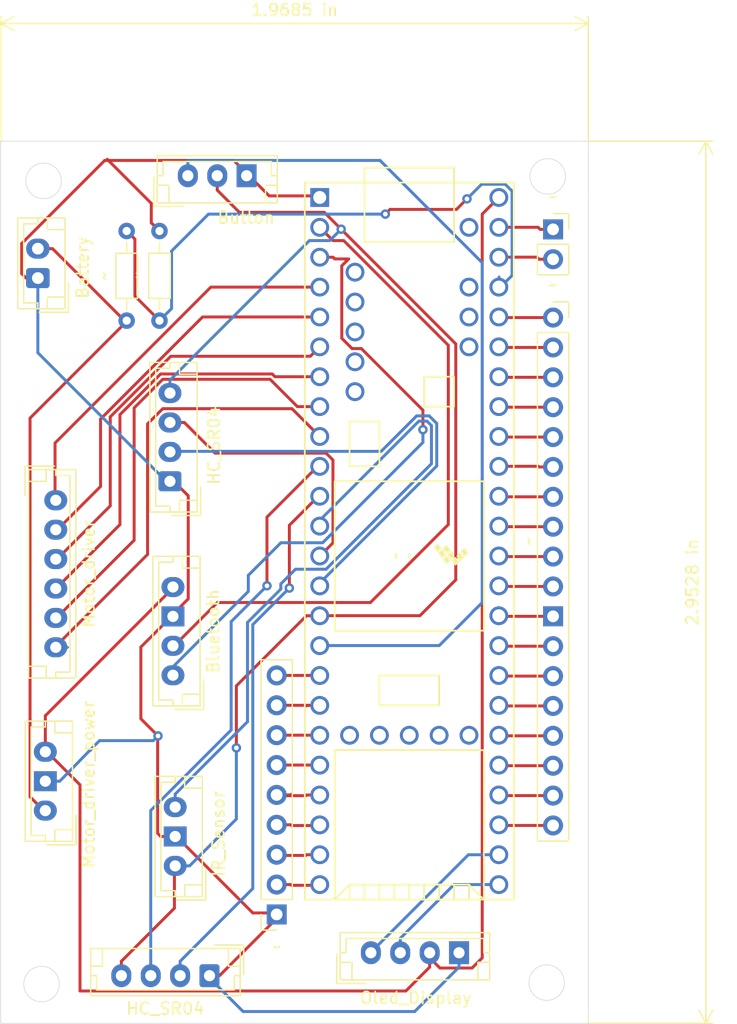
<source format=kicad_pcb>
(kicad_pcb (version 20171130) (host pcbnew "(5.1.5)-3")

  (general
    (thickness 1.6)
    (drawings 12)
    (tracks 295)
    (zones 0)
    (modules 15)
    (nets 50)
  )

  (page A4)
  (layers
    (0 F.Cu signal hide)
    (31 B.Cu signal)
    (32 B.Adhes user hide)
    (33 F.Adhes user hide)
    (34 B.Paste user hide)
    (35 F.Paste user hide)
    (36 B.SilkS user)
    (37 F.SilkS user)
    (38 B.Mask user)
    (39 F.Mask user hide)
    (40 Dwgs.User user hide)
    (41 Cmts.User user hide)
    (42 Eco1.User user hide)
    (43 Eco2.User user hide)
    (44 Edge.Cuts user)
    (45 Margin user)
    (46 B.CrtYd user)
    (47 F.CrtYd user)
    (48 B.Fab user)
    (49 F.Fab user)
  )

  (setup
    (last_trace_width 0.25)
    (trace_clearance 0.2)
    (zone_clearance 0.508)
    (zone_45_only no)
    (trace_min 0.2)
    (via_size 0.8)
    (via_drill 0.4)
    (via_min_size 0.4)
    (via_min_drill 0.3)
    (uvia_size 0.3)
    (uvia_drill 0.1)
    (uvias_allowed no)
    (uvia_min_size 0.2)
    (uvia_min_drill 0.1)
    (edge_width 0.05)
    (segment_width 0.2)
    (pcb_text_width 0.3)
    (pcb_text_size 1.5 1.5)
    (mod_edge_width 0.12)
    (mod_text_size 1 1)
    (mod_text_width 0.15)
    (pad_size 1.7 1.95)
    (pad_drill 0.95)
    (pad_to_mask_clearance 0.051)
    (solder_mask_min_width 0.25)
    (aux_axis_origin 0 0)
    (visible_elements FFFFF77F)
    (pcbplotparams
      (layerselection 0x010fc_ffffffff)
      (usegerberextensions false)
      (usegerberattributes false)
      (usegerberadvancedattributes false)
      (creategerberjobfile false)
      (excludeedgelayer true)
      (linewidth 0.100000)
      (plotframeref false)
      (viasonmask false)
      (mode 1)
      (useauxorigin false)
      (hpglpennumber 1)
      (hpglpenspeed 20)
      (hpglpendiameter 15.000000)
      (psnegative false)
      (psa4output false)
      (plotreference true)
      (plotvalue true)
      (plotinvisibletext false)
      (padsonsilk false)
      (subtractmaskfromsilk false)
      (outputformat 1)
      (mirror false)
      (drillshape 1)
      (scaleselection 1)
      (outputdirectory ""))
  )

  (net 0 "")
  (net 1 "Net-(J1-Pad4)")
  (net 2 "Net-(J1-Pad3)")
  (net 3 "Net-(J1-Pad2)")
  (net 4 "Net-(J1-Pad1)")
  (net 5 "Net-(J2-Pad2)")
  (net 6 "Net-(J2-Pad1)")
  (net 7 "Net-(J3-Pad3)")
  (net 8 "Net-(J3-Pad2)")
  (net 9 "Net-(J4-Pad6)")
  (net 10 "Net-(J4-Pad5)")
  (net 11 "Net-(J4-Pad4)")
  (net 12 "Net-(J4-Pad3)")
  (net 13 "Net-(J4-Pad2)")
  (net 14 "Net-(J4-Pad1)")
  (net 15 "Net-(J11-Pad1)")
  (net 16 "Net-(J6-Pad2)")
  (net 17 "Net-(J6-Pad1)")
  (net 18 "Net-(J7-Pad3)")
  (net 19 "Net-(J7-Pad2)")
  (net 20 "Net-(J8-Pad3)")
  (net 21 "Net-(J10-Pad9)")
  (net 22 "Net-(J10-Pad8)")
  (net 23 "Net-(J10-Pad7)")
  (net 24 "Net-(J10-Pad6)")
  (net 25 "Net-(J10-Pad5)")
  (net 26 "Net-(J10-Pad4)")
  (net 27 "Net-(J10-Pad3)")
  (net 28 "Net-(J10-Pad2)")
  (net 29 "Net-(J11-Pad2)")
  (net 30 "Net-(J14-Pad2)")
  (net 31 "Net-(J14-Pad1)")
  (net 32 "Net-(J15-Pad18)")
  (net 33 "Net-(J15-Pad17)")
  (net 34 "Net-(J15-Pad16)")
  (net 35 "Net-(J15-Pad15)")
  (net 36 "Net-(J15-Pad14)")
  (net 37 "Net-(J15-Pad13)")
  (net 38 "Net-(J15-Pad12)")
  (net 39 "Net-(J15-Pad11)")
  (net 40 "Net-(J15-Pad10)")
  (net 41 "Net-(J15-Pad9)")
  (net 42 "Net-(J15-Pad8)")
  (net 43 "Net-(J15-Pad7)")
  (net 44 "Net-(J15-Pad6)")
  (net 45 "Net-(J15-Pad5)")
  (net 46 "Net-(J15-Pad4)")
  (net 47 "Net-(J15-Pad3)")
  (net 48 "Net-(J15-Pad2)")
  (net 49 "Net-(J15-Pad1)")

  (net_class Default "This is the default net class."
    (clearance 0.2)
    (trace_width 0.25)
    (via_dia 0.8)
    (via_drill 0.4)
    (uvia_dia 0.3)
    (uvia_drill 0.1)
    (add_net "Net-(J1-Pad1)")
    (add_net "Net-(J1-Pad2)")
    (add_net "Net-(J1-Pad3)")
    (add_net "Net-(J1-Pad4)")
    (add_net "Net-(J10-Pad2)")
    (add_net "Net-(J10-Pad3)")
    (add_net "Net-(J10-Pad4)")
    (add_net "Net-(J10-Pad5)")
    (add_net "Net-(J10-Pad6)")
    (add_net "Net-(J10-Pad7)")
    (add_net "Net-(J10-Pad8)")
    (add_net "Net-(J10-Pad9)")
    (add_net "Net-(J11-Pad1)")
    (add_net "Net-(J11-Pad2)")
    (add_net "Net-(J14-Pad1)")
    (add_net "Net-(J14-Pad2)")
    (add_net "Net-(J15-Pad1)")
    (add_net "Net-(J15-Pad10)")
    (add_net "Net-(J15-Pad11)")
    (add_net "Net-(J15-Pad12)")
    (add_net "Net-(J15-Pad13)")
    (add_net "Net-(J15-Pad14)")
    (add_net "Net-(J15-Pad15)")
    (add_net "Net-(J15-Pad16)")
    (add_net "Net-(J15-Pad17)")
    (add_net "Net-(J15-Pad18)")
    (add_net "Net-(J15-Pad2)")
    (add_net "Net-(J15-Pad3)")
    (add_net "Net-(J15-Pad4)")
    (add_net "Net-(J15-Pad5)")
    (add_net "Net-(J15-Pad6)")
    (add_net "Net-(J15-Pad7)")
    (add_net "Net-(J15-Pad8)")
    (add_net "Net-(J15-Pad9)")
    (add_net "Net-(J2-Pad1)")
    (add_net "Net-(J2-Pad2)")
    (add_net "Net-(J3-Pad2)")
    (add_net "Net-(J3-Pad3)")
    (add_net "Net-(J4-Pad1)")
    (add_net "Net-(J4-Pad2)")
    (add_net "Net-(J4-Pad3)")
    (add_net "Net-(J4-Pad4)")
    (add_net "Net-(J4-Pad5)")
    (add_net "Net-(J4-Pad6)")
    (add_net "Net-(J6-Pad1)")
    (add_net "Net-(J6-Pad2)")
    (add_net "Net-(J7-Pad2)")
    (add_net "Net-(J7-Pad3)")
    (add_net "Net-(J8-Pad3)")
  )

  (module Connector_JST:JST_EH_B3B-EH-A_1x03_P2.50mm_Vertical (layer F.Cu) (tedit 5E3D0F34) (tstamp 5E3D9267)
    (at 164.846 106.6165 90)
    (descr "JST EH series connector, B3B-EH-A (http://www.jst-mfg.com/product/pdf/eng/eEH.pdf), generated with kicad-footprint-generator")
    (tags "connector JST EH vertical")
    (path /5E57E021)
    (fp_text reference IR_Sensor (at 2.7305 3.683 90) (layer F.SilkS)
      (effects (font (size 1 1) (thickness 0.15)))
    )
    (fp_text value ~ (at 2.5 2.7 90) (layer F.Fab)
      (effects (font (size 1 1) (thickness 0.15)))
    )
    (fp_text user ~ (at 2.5 -2.6 90) (layer F.Fab)
      (effects (font (size 1 1) (thickness 0.15)))
    )
    (fp_line (start -2.91 2.61) (end -0.41 2.61) (layer F.Fab) (width 0.1))
    (fp_line (start -2.91 0.11) (end -2.91 2.61) (layer F.Fab) (width 0.1))
    (fp_line (start -2.91 2.61) (end -0.41 2.61) (layer F.SilkS) (width 0.12))
    (fp_line (start -2.91 0.11) (end -2.91 2.61) (layer F.SilkS) (width 0.12))
    (fp_line (start 6.61 0.81) (end 6.61 2.31) (layer F.SilkS) (width 0.12))
    (fp_line (start 7.61 0.81) (end 6.61 0.81) (layer F.SilkS) (width 0.12))
    (fp_line (start -1.61 0.81) (end -1.61 2.31) (layer F.SilkS) (width 0.12))
    (fp_line (start -2.61 0.81) (end -1.61 0.81) (layer F.SilkS) (width 0.12))
    (fp_line (start 7.11 0) (end 7.61 0) (layer F.SilkS) (width 0.12))
    (fp_line (start 7.11 -1.21) (end 7.11 0) (layer F.SilkS) (width 0.12))
    (fp_line (start -2.11 -1.21) (end 7.11 -1.21) (layer F.SilkS) (width 0.12))
    (fp_line (start -2.11 0) (end -2.11 -1.21) (layer F.SilkS) (width 0.12))
    (fp_line (start -2.61 0) (end -2.11 0) (layer F.SilkS) (width 0.12))
    (fp_line (start 7.61 -1.71) (end -2.61 -1.71) (layer F.SilkS) (width 0.12))
    (fp_line (start 7.61 2.31) (end 7.61 -1.71) (layer F.SilkS) (width 0.12))
    (fp_line (start -2.61 2.31) (end 7.61 2.31) (layer F.SilkS) (width 0.12))
    (fp_line (start -2.61 -1.71) (end -2.61 2.31) (layer F.SilkS) (width 0.12))
    (fp_line (start 8 -2.1) (end -3 -2.1) (layer F.CrtYd) (width 0.05))
    (fp_line (start 8 2.7) (end 8 -2.1) (layer F.CrtYd) (width 0.05))
    (fp_line (start -3 2.7) (end 8 2.7) (layer F.CrtYd) (width 0.05))
    (fp_line (start -3 -2.1) (end -3 2.7) (layer F.CrtYd) (width 0.05))
    (fp_line (start 7.5 -1.6) (end -2.5 -1.6) (layer F.Fab) (width 0.1))
    (fp_line (start 7.5 2.2) (end 7.5 -1.6) (layer F.Fab) (width 0.1))
    (fp_line (start -2.5 2.2) (end 7.5 2.2) (layer F.Fab) (width 0.1))
    (fp_line (start -2.5 -1.6) (end -2.5 2.2) (layer F.Fab) (width 0.1))
    (pad D0 thru_hole oval (at 5 0 90) (size 1.7 1.95) (drill 0.95) (layers *.Cu *.Mask)
      (net 20 "Net-(J8-Pad3)"))
    (pad GND thru_hole rect (at 2.5 0 90) (size 1.7 1.95) (drill 0.95) (layers *.Cu *.Mask)
      (net 1 "Net-(J1-Pad4)"))
    (pad VCC thru_hole oval (at 0 0 90) (size 1.7 1.95) (drill 0.95) (layers *.Cu *.Mask)
      (net 5 "Net-(J2-Pad2)"))
    (model ${KISYS3DMOD}/Connector_JST.3dshapes/JST_EH_B3B-EH-A_1x03_P2.50mm_Vertical.wrl
      (at (xyz 0 0 0))
      (scale (xyz 1 1 1))
      (rotate (xyz 0 0 0))
    )
  )

  (module Connector_JST:JST_EH_B3B-EH-A_1x03_P2.50mm_Vertical (layer F.Cu) (tedit 5E3D0D4E) (tstamp 5E3D9160)
    (at 165.9255 47.9425)
    (descr "JST EH series connector, B3B-EH-A (http://www.jst-mfg.com/product/pdf/eng/eEH.pdf), generated with kicad-footprint-generator")
    (tags "connector JST EH vertical")
    (path /5E57D2C7)
    (fp_text reference Button (at 4.953 3.556) (layer F.SilkS)
      (effects (font (size 1 1) (thickness 0.15)))
    )
    (fp_text value ~ (at 2.5 3.4) (layer F.Fab)
      (effects (font (size 1 1) (thickness 0.15)))
    )
    (fp_text user ~ (at 2.5 1.5) (layer F.Fab)
      (effects (font (size 1 1) (thickness 0.15)))
    )
    (fp_line (start -2.91 2.61) (end -0.41 2.61) (layer F.Fab) (width 0.1))
    (fp_line (start -2.91 0.11) (end -2.91 2.61) (layer F.Fab) (width 0.1))
    (fp_line (start -2.91 2.61) (end -0.41 2.61) (layer F.SilkS) (width 0.12))
    (fp_line (start -2.91 0.11) (end -2.91 2.61) (layer F.SilkS) (width 0.12))
    (fp_line (start 6.61 0.81) (end 6.61 2.31) (layer F.SilkS) (width 0.12))
    (fp_line (start 7.61 0.81) (end 6.61 0.81) (layer F.SilkS) (width 0.12))
    (fp_line (start -1.61 0.81) (end -1.61 2.31) (layer F.SilkS) (width 0.12))
    (fp_line (start -2.61 0.81) (end -1.61 0.81) (layer F.SilkS) (width 0.12))
    (fp_line (start 7.11 0) (end 7.61 0) (layer F.SilkS) (width 0.12))
    (fp_line (start 7.11 -1.21) (end 7.11 0) (layer F.SilkS) (width 0.12))
    (fp_line (start -2.11 -1.21) (end 7.11 -1.21) (layer F.SilkS) (width 0.12))
    (fp_line (start -2.11 0) (end -2.11 -1.21) (layer F.SilkS) (width 0.12))
    (fp_line (start -2.61 0) (end -2.11 0) (layer F.SilkS) (width 0.12))
    (fp_line (start 7.61 -1.71) (end -2.61 -1.71) (layer F.SilkS) (width 0.12))
    (fp_line (start 7.61 2.31) (end 7.61 -1.71) (layer F.SilkS) (width 0.12))
    (fp_line (start -2.61 2.31) (end 7.61 2.31) (layer F.SilkS) (width 0.12))
    (fp_line (start -2.61 -1.71) (end -2.61 2.31) (layer F.SilkS) (width 0.12))
    (fp_line (start 8 -2.1) (end -3 -2.1) (layer F.CrtYd) (width 0.05))
    (fp_line (start 8 2.7) (end 8 -2.1) (layer F.CrtYd) (width 0.05))
    (fp_line (start -3 2.7) (end 8 2.7) (layer F.CrtYd) (width 0.05))
    (fp_line (start -3 -2.1) (end -3 2.7) (layer F.CrtYd) (width 0.05))
    (fp_line (start 7.5 -1.6) (end -2.5 -1.6) (layer F.Fab) (width 0.1))
    (fp_line (start 7.5 2.2) (end 7.5 -1.6) (layer F.Fab) (width 0.1))
    (fp_line (start -2.5 2.2) (end 7.5 2.2) (layer F.Fab) (width 0.1))
    (fp_line (start -2.5 -1.6) (end -2.5 2.2) (layer F.Fab) (width 0.1))
    (pad GND thru_hole rect (at 5 0) (size 1.7 1.95) (drill 0.95) (layers *.Cu *.Mask)
      (net 1 "Net-(J1-Pad4)"))
    (pad VCC thru_hole oval (at 2.5 0) (size 1.7 1.95) (drill 0.95) (layers *.Cu *.Mask)
      (net 5 "Net-(J2-Pad2)"))
    (pad OUT thru_hole oval (at 0 0) (size 1.7 1.95) (drill 0.95) (layers *.Cu *.Mask)
      (net 6 "Net-(J2-Pad1)"))
    (model ${KISYS3DMOD}/Connector_JST.3dshapes/JST_EH_B3B-EH-A_1x03_P2.50mm_Vertical.wrl
      (at (xyz 0 0 0))
      (scale (xyz 1 1 1))
      (rotate (xyz 0 0 0))
    )
  )

  (module Teensy:Teensy35_36 (layer F.Cu) (tedit 5D52142A) (tstamp 5E3D939D)
    (at 184.76722 79 270)
    (path /5E6C819F)
    (fp_text reference ~ (at 0 -10.16 90) (layer F.SilkS)
      (effects (font (size 1 1) (thickness 0.15)))
    )
    (fp_text value Teensy_3.6 (at 0 10.16 90) (layer F.Fab)
      (effects (font (size 1 1) (thickness 0.15)))
    )
    (fp_line (start -13.97 -3.81) (end -13.97 -1.27) (layer F.SilkS) (width 0.15))
    (fp_line (start -13.97 -1.27) (end -11.43 -1.27) (layer F.SilkS) (width 0.15))
    (fp_line (start -11.43 -1.27) (end -11.43 -3.81) (layer F.SilkS) (width 0.15))
    (fp_line (start -11.43 -3.81) (end -13.97 -3.81) (layer F.SilkS) (width 0.15))
    (fp_line (start -6.35 5.08) (end -10.16 5.08) (layer F.SilkS) (width 0.15))
    (fp_line (start -10.16 5.08) (end -10.16 2.54) (layer F.SilkS) (width 0.15))
    (fp_line (start -10.16 2.54) (end -6.35 2.54) (layer F.SilkS) (width 0.15))
    (fp_line (start -6.35 2.54) (end -6.35 5.08) (layer F.SilkS) (width 0.15))
    (fp_line (start 7.62 6.35) (end 7.62 -6.35) (layer F.SilkS) (width 0.15))
    (fp_line (start -5.08 -6.35) (end -5.08 6.35) (layer F.SilkS) (width 0.15))
    (fp_line (start -5.08 6.35) (end 7.62 6.35) (layer F.SilkS) (width 0.15))
    (fp_line (start -5.08 -6.35) (end 7.62 -6.35) (layer F.SilkS) (width 0.15))
    (fp_line (start 29.21 5.08) (end 30.48 5.08) (layer F.SilkS) (width 0.15))
    (fp_line (start 29.21 3.81) (end 30.48 3.81) (layer F.SilkS) (width 0.15))
    (fp_line (start 29.21 2.54) (end 30.48 2.54) (layer F.SilkS) (width 0.15))
    (fp_line (start 29.21 1.27) (end 30.48 1.27) (layer F.SilkS) (width 0.15))
    (fp_line (start 29.21 0) (end 30.48 0) (layer F.SilkS) (width 0.15))
    (fp_line (start 29.21 -1.27) (end 30.48 -1.27) (layer F.SilkS) (width 0.15))
    (fp_line (start 29.21 -2.54) (end 30.48 -2.54) (layer F.SilkS) (width 0.15))
    (fp_line (start 29.21 -3.81) (end 30.48 -3.81) (layer F.SilkS) (width 0.15))
    (fp_line (start 29.21 -5.08) (end 30.48 -5.08) (layer F.SilkS) (width 0.15))
    (fp_line (start 30.48 6.35) (end 29.21 5.08) (layer F.SilkS) (width 0.15))
    (fp_line (start 29.21 5.08) (end 29.21 -5.08) (layer F.SilkS) (width 0.15))
    (fp_line (start 29.21 -5.08) (end 30.48 -6.35) (layer F.SilkS) (width 0.15))
    (fp_line (start 30.48 -6.35) (end 17.78 -6.35) (layer F.SilkS) (width 0.15))
    (fp_line (start 17.78 -6.35) (end 17.78 6.35) (layer F.SilkS) (width 0.15))
    (fp_line (start 17.78 6.35) (end 30.48 6.35) (layer F.SilkS) (width 0.15))
    (fp_line (start 30.48 -8.89) (end -30.48 -8.89) (layer F.SilkS) (width 0.15))
    (fp_line (start -30.48 8.89) (end 30.48 8.89) (layer F.SilkS) (width 0.15))
    (fp_line (start -30.48 3.81) (end -31.75 3.81) (layer F.SilkS) (width 0.15))
    (fp_line (start -31.75 3.81) (end -31.75 -3.81) (layer F.SilkS) (width 0.15))
    (fp_line (start -31.75 -3.81) (end -30.48 -3.81) (layer F.SilkS) (width 0.15))
    (fp_line (start -25.4 3.81) (end -25.4 -3.81) (layer F.SilkS) (width 0.15))
    (fp_line (start -25.4 -3.81) (end -30.48 -3.81) (layer F.SilkS) (width 0.15))
    (fp_line (start -25.4 3.81) (end -30.48 3.81) (layer F.SilkS) (width 0.15))
    (fp_line (start 13.97 -2.54) (end 13.97 2.54) (layer F.SilkS) (width 0.15))
    (fp_line (start 13.97 2.54) (end 11.43 2.54) (layer F.SilkS) (width 0.15))
    (fp_line (start 11.43 2.54) (end 11.43 -2.54) (layer F.SilkS) (width 0.15))
    (fp_line (start 11.43 -2.54) (end 13.97 -2.54) (layer F.SilkS) (width 0.15))
    (fp_line (start 30.48 -8.89) (end 30.48 8.89) (layer F.SilkS) (width 0.15))
    (fp_line (start -30.48 8.89) (end -30.48 -8.89) (layer F.SilkS) (width 0.15))
    (fp_poly (pts (xy 1.016 -4.953) (xy 1.27 -4.699) (xy 0.889 -4.445) (xy 0.635 -4.699)) (layer F.SilkS) (width 0.1))
    (fp_poly (pts (xy 0.762 -3.429) (xy 1.016 -3.175) (xy 0.635 -2.921) (xy 0.381 -3.175)) (layer F.SilkS) (width 0.1))
    (fp_poly (pts (xy 0.635 -2.667) (xy 0.889 -2.413) (xy 0.508 -2.159) (xy 0.254 -2.413)) (layer F.SilkS) (width 0.1))
    (fp_poly (pts (xy 1.778 -4.191) (xy 2.032 -3.937) (xy 1.651 -3.683) (xy 1.397 -3.937)) (layer F.SilkS) (width 0.1))
    (fp_poly (pts (xy 1.143 -3.048) (xy 1.397 -2.794) (xy 1.016 -2.54) (xy 0.762 -2.794)) (layer F.SilkS) (width 0.1))
    (fp_poly (pts (xy 1.651 -3.429) (xy 1.905 -3.175) (xy 1.524 -2.921) (xy 1.27 -3.175)) (layer F.SilkS) (width 0.1))
    (fp_poly (pts (xy 1.397 -4.572) (xy 1.651 -4.318) (xy 1.27 -4.064) (xy 1.016 -4.318)) (layer F.SilkS) (width 0.1))
    (fp_poly (pts (xy 1.27 -3.81) (xy 1.524 -3.556) (xy 1.143 -3.302) (xy 0.889 -3.556)) (layer F.SilkS) (width 0.1))
    (fp_text user ~ (at 1.27 0 90) (layer F.SilkS)
      (effects (font (size 0.7 0.7) (thickness 0.15)))
    )
    (fp_text user ~ (at 1.27 1.143 90) (layer F.SilkS)
      (effects (font (size 0.7 0.7) (thickness 0.15)))
    )
    (pad 17 thru_hole circle (at 11.43 7.62 270) (size 1.6 1.6) (drill 1.1) (layers *.Cu *.Mask)
      (net 21 "Net-(J10-Pad9)"))
    (pad 18 thru_hole circle (at 13.97 7.62 270) (size 1.6 1.6) (drill 1.1) (layers *.Cu *.Mask)
      (net 22 "Net-(J10-Pad8)"))
    (pad 19 thru_hole circle (at 16.51 7.62 270) (size 1.6 1.6) (drill 1.1) (layers *.Cu *.Mask)
      (net 23 "Net-(J10-Pad7)"))
    (pad 20 thru_hole circle (at 19.05 7.62 270) (size 1.6 1.6) (drill 1.1) (layers *.Cu *.Mask)
      (net 24 "Net-(J10-Pad6)"))
    (pad 16 thru_hole circle (at 8.89 7.62 270) (size 1.6 1.6) (drill 1.1) (layers *.Cu *.Mask)
      (net 6 "Net-(J2-Pad1)"))
    (pad 15 thru_hole circle (at 6.35 7.62 270) (size 1.6 1.6) (drill 1.1) (layers *.Cu *.Mask)
      (net 5 "Net-(J2-Pad2)"))
    (pad 14 thru_hole circle (at 3.81 7.62 270) (size 1.6 1.6) (drill 1.1) (layers *.Cu *.Mask)
      (net 8 "Net-(J3-Pad2)"))
    (pad 21 thru_hole circle (at 21.59 7.62 270) (size 1.6 1.6) (drill 1.1) (layers *.Cu *.Mask)
      (net 25 "Net-(J10-Pad5)"))
    (pad 22 thru_hole circle (at 24.13 7.62 270) (size 1.6 1.6) (drill 1.1) (layers *.Cu *.Mask)
      (net 26 "Net-(J10-Pad4)"))
    (pad 23 thru_hole circle (at 26.67 7.62 270) (size 1.6 1.6) (drill 1.1) (layers *.Cu *.Mask)
      (net 27 "Net-(J10-Pad3)"))
    (pad 24 thru_hole circle (at 29.21 7.62 270) (size 1.6 1.6) (drill 1.1) (layers *.Cu *.Mask)
      (net 28 "Net-(J10-Pad2)"))
    (pad 25 thru_hole circle (at 16.51 5.08 270) (size 1.6 1.6) (drill 1.1) (layers *.Cu *.Mask))
    (pad 26 thru_hole circle (at 16.51 2.54 270) (size 1.6 1.6) (drill 1.1) (layers *.Cu *.Mask))
    (pad 27 thru_hole circle (at 16.51 0 270) (size 1.6 1.6) (drill 1.1) (layers *.Cu *.Mask))
    (pad 28 thru_hole circle (at 16.51 -2.54 270) (size 1.6 1.6) (drill 1.1) (layers *.Cu *.Mask))
    (pad 29 thru_hole circle (at 16.51 -5.08 270) (size 1.6 1.6) (drill 1.1) (layers *.Cu *.Mask))
    (pad 30 thru_hole circle (at 29.21 -7.62 270) (size 1.6 1.6) (drill 1.1) (layers *.Cu *.Mask)
      (net 3 "Net-(J1-Pad2)"))
    (pad 31 thru_hole circle (at 26.67 -7.62 270) (size 1.6 1.6) (drill 1.1) (layers *.Cu *.Mask)
      (net 4 "Net-(J1-Pad1)"))
    (pad 32 thru_hole circle (at 24.13 -7.62 270) (size 1.6 1.6) (drill 1.1) (layers *.Cu *.Mask)
      (net 32 "Net-(J15-Pad18)"))
    (pad 33 thru_hole circle (at 21.59 -7.62 270) (size 1.6 1.6) (drill 1.1) (layers *.Cu *.Mask)
      (net 33 "Net-(J15-Pad17)"))
    (pad 34 thru_hole circle (at 19.05 -7.62 270) (size 1.6 1.6) (drill 1.1) (layers *.Cu *.Mask)
      (net 34 "Net-(J15-Pad16)"))
    (pad 35 thru_hole circle (at 16.51 -7.62 270) (size 1.6 1.6) (drill 1.1) (layers *.Cu *.Mask)
      (net 35 "Net-(J15-Pad15)"))
    (pad 36 thru_hole circle (at 13.97 -7.62 270) (size 1.6 1.6) (drill 1.1) (layers *.Cu *.Mask)
      (net 36 "Net-(J15-Pad14)"))
    (pad 37 thru_hole circle (at 11.43 -7.62 270) (size 1.6 1.6) (drill 1.1) (layers *.Cu *.Mask)
      (net 37 "Net-(J15-Pad13)"))
    (pad 13 thru_hole circle (at 1.27 7.62 270) (size 1.6 1.6) (drill 1.1) (layers *.Cu *.Mask)
      (net 7 "Net-(J3-Pad3)"))
    (pad 12 thru_hole circle (at -1.27 7.62 270) (size 1.6 1.6) (drill 1.1) (layers *.Cu *.Mask)
      (net 20 "Net-(J8-Pad3)"))
    (pad 11 thru_hole circle (at -3.81 7.62 270) (size 1.6 1.6) (drill 1.1) (layers *.Cu *.Mask)
      (net 19 "Net-(J7-Pad2)"))
    (pad 10 thru_hole circle (at -6.35 7.62 270) (size 1.6 1.6) (drill 1.1) (layers *.Cu *.Mask)
      (net 18 "Net-(J7-Pad3)"))
    (pad 9 thru_hole circle (at -8.89 7.62 270) (size 1.6 1.6) (drill 1.1) (layers *.Cu *.Mask)
      (net 9 "Net-(J4-Pad6)"))
    (pad 8 thru_hole circle (at -11.43 7.62 270) (size 1.6 1.6) (drill 1.1) (layers *.Cu *.Mask)
      (net 10 "Net-(J4-Pad5)"))
    (pad 7 thru_hole circle (at -13.97 7.62 270) (size 1.6 1.6) (drill 1.1) (layers *.Cu *.Mask)
      (net 11 "Net-(J4-Pad4)"))
    (pad 6 thru_hole circle (at -16.51 7.62 270) (size 1.6 1.6) (drill 1.1) (layers *.Cu *.Mask)
      (net 12 "Net-(J4-Pad3)"))
    (pad 5 thru_hole circle (at -19.05 7.62 270) (size 1.6 1.6) (drill 1.1) (layers *.Cu *.Mask)
      (net 13 "Net-(J4-Pad2)"))
    (pad 4 thru_hole circle (at -21.59 7.62 270) (size 1.6 1.6) (drill 1.1) (layers *.Cu *.Mask)
      (net 14 "Net-(J4-Pad1)"))
    (pad 3 thru_hole circle (at -24.13 7.62 270) (size 1.6 1.6) (drill 1.1) (layers *.Cu *.Mask)
      (net 17 "Net-(J6-Pad1)"))
    (pad 2 thru_hole circle (at -26.67 7.62 270) (size 1.6 1.6) (drill 1.1) (layers *.Cu *.Mask)
      (net 16 "Net-(J6-Pad2)"))
    (pad 1 thru_hole rect (at -29.21 7.62 270) (size 1.6 1.6) (drill 1.1) (layers *.Cu *.Mask)
      (net 1 "Net-(J1-Pad4)"))
    (pad 38 thru_hole circle (at 8.89 -7.62 270) (size 1.6 1.6) (drill 1.1) (layers *.Cu *.Mask)
      (net 38 "Net-(J15-Pad12)"))
    (pad 39 thru_hole circle (at 6.35 -7.62 270) (size 1.6 1.6) (drill 1.1) (layers *.Cu *.Mask)
      (net 39 "Net-(J15-Pad11)"))
    (pad 40 thru_hole circle (at 3.81 -7.62 270) (size 1.6 1.6) (drill 1.1) (layers *.Cu *.Mask)
      (net 40 "Net-(J15-Pad10)"))
    (pad 41 thru_hole circle (at 1.27 -7.62 270) (size 1.6 1.6) (drill 1.1) (layers *.Cu *.Mask)
      (net 41 "Net-(J15-Pad9)"))
    (pad 42 thru_hole circle (at -1.27 -7.62 270) (size 1.6 1.6) (drill 1.1) (layers *.Cu *.Mask)
      (net 42 "Net-(J15-Pad8)"))
    (pad 43 thru_hole circle (at -3.81 -7.62 270) (size 1.6 1.6) (drill 1.1) (layers *.Cu *.Mask)
      (net 43 "Net-(J15-Pad7)"))
    (pad 44 thru_hole circle (at -6.35 -7.62 270) (size 1.6 1.6) (drill 1.1) (layers *.Cu *.Mask)
      (net 44 "Net-(J15-Pad6)"))
    (pad 45 thru_hole circle (at -8.89 -7.62 270) (size 1.6 1.6) (drill 1.1) (layers *.Cu *.Mask)
      (net 45 "Net-(J15-Pad5)"))
    (pad 46 thru_hole circle (at -11.43 -7.62 270) (size 1.6 1.6) (drill 1.1) (layers *.Cu *.Mask)
      (net 46 "Net-(J15-Pad4)"))
    (pad 47 thru_hole circle (at -13.97 -7.62 270) (size 1.6 1.6) (drill 1.1) (layers *.Cu *.Mask)
      (net 47 "Net-(J15-Pad3)"))
    (pad 48 thru_hole circle (at -16.51 -7.62 270) (size 1.6 1.6) (drill 1.1) (layers *.Cu *.Mask)
      (net 48 "Net-(J15-Pad2)"))
    (pad 49 thru_hole circle (at -19.05 -7.62 270) (size 1.6 1.6) (drill 1.1) (layers *.Cu *.Mask)
      (net 49 "Net-(J15-Pad1)"))
    (pad 50 thru_hole circle (at -21.59 -7.62 270) (size 1.6 1.6) (drill 1.1) (layers *.Cu *.Mask)
      (net 29 "Net-(J11-Pad2)"))
    (pad 51 thru_hole circle (at -24.13 -7.62 270) (size 1.6 1.6) (drill 1.1) (layers *.Cu *.Mask)
      (net 30 "Net-(J14-Pad2)"))
    (pad 52 thru_hole circle (at -26.67 -7.62 270) (size 1.6 1.6) (drill 1.1) (layers *.Cu *.Mask)
      (net 31 "Net-(J14-Pad1)"))
    (pad 53 thru_hole circle (at -29.21 -7.62 270) (size 1.6 1.6) (drill 1.1) (layers *.Cu *.Mask)
      (net 2 "Net-(J1-Pad3)"))
    (pad 54 thru_hole circle (at -26.67 -5.08 270) (size 1.6 1.6) (drill 1.1) (layers *.Cu *.Mask))
    (pad 55 thru_hole circle (at -21.59 -5.08 270) (size 1.6 1.6) (drill 1.1) (layers *.Cu *.Mask))
    (pad 56 thru_hole circle (at -19.05 -5.08 270) (size 1.6 1.6) (drill 1.1) (layers *.Cu *.Mask))
    (pad 57 thru_hole circle (at -16.51 -5.08 270) (size 1.6 1.6) (drill 1.1) (layers *.Cu *.Mask))
    (pad 58 thru_hole circle (at -22.86 4.62 270) (size 1.6 1.6) (drill 1.1) (layers *.Cu *.Mask))
    (pad 59 thru_hole circle (at -20.32 4.62 270) (size 1.6 1.6) (drill 1.1) (layers *.Cu *.Mask))
    (pad 60 thru_hole circle (at -17.78 4.62 270) (size 1.6 1.6) (drill 1.1) (layers *.Cu *.Mask))
    (pad 61 thru_hole circle (at -15.24 4.62 270) (size 1.6 1.6) (drill 1.1) (layers *.Cu *.Mask))
    (pad 62 thru_hole circle (at -12.7 4.62 270) (size 1.6 1.6) (drill 1.1) (layers *.Cu *.Mask))
  )

  (module Connector_JST:JST_EH_B4B-EH-A_1x04_P2.50mm_Vertical (layer F.Cu) (tedit 5E3D0E2C) (tstamp 5E3D91A3)
    (at 164.4015 73.921 90)
    (descr "JST EH series connector, B4B-EH-A (http://www.jst-mfg.com/product/pdf/eng/eEH.pdf), generated with kicad-footprint-generator")
    (tags "connector JST EH vertical")
    (path /5E568D5A)
    (fp_text reference HC_SR04 (at 3.048 3.7465 90) (layer F.SilkS)
      (effects (font (size 1 1) (thickness 0.15)))
    )
    (fp_text value ~ (at 3.75 2.7 90) (layer F.Fab)
      (effects (font (size 1 1) (thickness 0.15)))
    )
    (fp_text user ~ (at 3.75 -2.6 90) (layer F.Fab)
      (effects (font (size 1 1) (thickness 0.15)))
    )
    (fp_line (start -2.91 2.61) (end -0.41 2.61) (layer F.Fab) (width 0.1))
    (fp_line (start -2.91 0.11) (end -2.91 2.61) (layer F.Fab) (width 0.1))
    (fp_line (start -2.91 2.61) (end -0.41 2.61) (layer F.SilkS) (width 0.12))
    (fp_line (start -2.91 0.11) (end -2.91 2.61) (layer F.SilkS) (width 0.12))
    (fp_line (start 9.11 0.81) (end 9.11 2.31) (layer F.SilkS) (width 0.12))
    (fp_line (start 10.11 0.81) (end 9.11 0.81) (layer F.SilkS) (width 0.12))
    (fp_line (start -1.61 0.81) (end -1.61 2.31) (layer F.SilkS) (width 0.12))
    (fp_line (start -2.61 0.81) (end -1.61 0.81) (layer F.SilkS) (width 0.12))
    (fp_line (start 9.61 0) (end 10.11 0) (layer F.SilkS) (width 0.12))
    (fp_line (start 9.61 -1.21) (end 9.61 0) (layer F.SilkS) (width 0.12))
    (fp_line (start -2.11 -1.21) (end 9.61 -1.21) (layer F.SilkS) (width 0.12))
    (fp_line (start -2.11 0) (end -2.11 -1.21) (layer F.SilkS) (width 0.12))
    (fp_line (start -2.61 0) (end -2.11 0) (layer F.SilkS) (width 0.12))
    (fp_line (start 10.11 -1.71) (end -2.61 -1.71) (layer F.SilkS) (width 0.12))
    (fp_line (start 10.11 2.31) (end 10.11 -1.71) (layer F.SilkS) (width 0.12))
    (fp_line (start -2.61 2.31) (end 10.11 2.31) (layer F.SilkS) (width 0.12))
    (fp_line (start -2.61 -1.71) (end -2.61 2.31) (layer F.SilkS) (width 0.12))
    (fp_line (start 10.5 -2.1) (end -3 -2.1) (layer F.CrtYd) (width 0.05))
    (fp_line (start 10.5 2.7) (end 10.5 -2.1) (layer F.CrtYd) (width 0.05))
    (fp_line (start -3 2.7) (end 10.5 2.7) (layer F.CrtYd) (width 0.05))
    (fp_line (start -3 -2.1) (end -3 2.7) (layer F.CrtYd) (width 0.05))
    (fp_line (start 10 -1.6) (end -2.5 -1.6) (layer F.Fab) (width 0.1))
    (fp_line (start 10 2.2) (end 10 -1.6) (layer F.Fab) (width 0.1))
    (fp_line (start -2.5 2.2) (end 10 2.2) (layer F.Fab) (width 0.1))
    (fp_line (start -2.5 -1.6) (end -2.5 2.2) (layer F.Fab) (width 0.1))
    (pad VCC thru_hole oval (at 7.5 0 90) (size 1.7 1.95) (drill 0.95) (layers *.Cu *.Mask)
      (net 5 "Net-(J2-Pad2)"))
    (pad TRIG thru_hole oval (at 5 0 90) (size 1.7 1.95) (drill 0.95) (layers *.Cu *.Mask)
      (net 7 "Net-(J3-Pad3)"))
    (pad ECHO thru_hole oval (at 2.5 0 90) (size 1.7 1.95) (drill 0.95) (layers *.Cu *.Mask)
      (net 8 "Net-(J3-Pad2)"))
    (pad GND thru_hole roundrect (at 0 0 90) (size 1.7 1.95) (drill 0.95) (layers *.Cu *.Mask) (roundrect_rratio 0.147)
      (net 1 "Net-(J1-Pad4)"))
    (model ${KISYS3DMOD}/Connector_JST.3dshapes/JST_EH_B4B-EH-A_1x04_P2.50mm_Vertical.wrl
      (at (xyz 0 0 0))
      (scale (xyz 1 1 1))
      (rotate (xyz 0 0 0))
    )
  )

  (module Connector_JST:JST_EH_B4B-EH-A_1x04_P2.50mm_Vertical (layer F.Cu) (tedit 5E3D10F7) (tstamp 5E3D913F)
    (at 181.5 114)
    (descr "JST EH series connector, B4B-EH-A (http://www.jst-mfg.com/product/pdf/eng/eEH.pdf), generated with kicad-footprint-generator")
    (tags "connector JST EH vertical")
    (path /5E5745D8)
    (fp_text reference Oled_Display (at 3.82016 3.84556) (layer F.SilkS)
      (effects (font (size 1 1) (thickness 0.15)))
    )
    (fp_text value ~ (at 3.75 2.7) (layer F.Fab)
      (effects (font (size 1 1) (thickness 0.15)))
    )
    (fp_text user ~ (at 3.75 -2.6) (layer F.Fab)
      (effects (font (size 1 1) (thickness 0.15)))
    )
    (fp_line (start -2.91 2.61) (end -0.41 2.61) (layer F.Fab) (width 0.1))
    (fp_line (start -2.91 0.11) (end -2.91 2.61) (layer F.Fab) (width 0.1))
    (fp_line (start -2.91 2.61) (end -0.41 2.61) (layer F.SilkS) (width 0.12))
    (fp_line (start -2.91 0.11) (end -2.91 2.61) (layer F.SilkS) (width 0.12))
    (fp_line (start 9.11 0.81) (end 9.11 2.31) (layer F.SilkS) (width 0.12))
    (fp_line (start 10.11 0.81) (end 9.11 0.81) (layer F.SilkS) (width 0.12))
    (fp_line (start -1.61 0.81) (end -1.61 2.31) (layer F.SilkS) (width 0.12))
    (fp_line (start -2.61 0.81) (end -1.61 0.81) (layer F.SilkS) (width 0.12))
    (fp_line (start 9.61 0) (end 10.11 0) (layer F.SilkS) (width 0.12))
    (fp_line (start 9.61 -1.21) (end 9.61 0) (layer F.SilkS) (width 0.12))
    (fp_line (start -2.11 -1.21) (end 9.61 -1.21) (layer F.SilkS) (width 0.12))
    (fp_line (start -2.11 0) (end -2.11 -1.21) (layer F.SilkS) (width 0.12))
    (fp_line (start -2.61 0) (end -2.11 0) (layer F.SilkS) (width 0.12))
    (fp_line (start 10.11 -1.71) (end -2.61 -1.71) (layer F.SilkS) (width 0.12))
    (fp_line (start 10.11 2.31) (end 10.11 -1.71) (layer F.SilkS) (width 0.12))
    (fp_line (start -2.61 2.31) (end 10.11 2.31) (layer F.SilkS) (width 0.12))
    (fp_line (start -2.61 -1.71) (end -2.61 2.31) (layer F.SilkS) (width 0.12))
    (fp_line (start 10.5 -2.1) (end -3 -2.1) (layer F.CrtYd) (width 0.05))
    (fp_line (start 10.5 2.7) (end 10.5 -2.1) (layer F.CrtYd) (width 0.05))
    (fp_line (start -3 2.7) (end 10.5 2.7) (layer F.CrtYd) (width 0.05))
    (fp_line (start -3 -2.1) (end -3 2.7) (layer F.CrtYd) (width 0.05))
    (fp_line (start 10 -1.6) (end -2.5 -1.6) (layer F.Fab) (width 0.1))
    (fp_line (start 10 2.2) (end 10 -1.6) (layer F.Fab) (width 0.1))
    (fp_line (start -2.5 2.2) (end 10 2.2) (layer F.Fab) (width 0.1))
    (fp_line (start -2.5 -1.6) (end -2.5 2.2) (layer F.Fab) (width 0.1))
    (pad GND thru_hole rect (at 7.5 0) (size 1.7 1.95) (drill 0.95) (layers *.Cu *.Mask)
      (net 1 "Net-(J1-Pad4)"))
    (pad VCC thru_hole oval (at 5 0) (size 1.7 1.95) (drill 0.95) (layers *.Cu *.Mask)
      (net 2 "Net-(J1-Pad3)"))
    (pad SCL thru_hole oval (at 2.5 0) (size 1.7 1.95) (drill 0.95) (layers *.Cu *.Mask)
      (net 3 "Net-(J1-Pad2)"))
    (pad SDA thru_hole oval (at 0 0) (size 1.7 1.95) (drill 0.95) (layers *.Cu *.Mask)
      (net 4 "Net-(J1-Pad1)"))
    (model ${KISYS3DMOD}/Connector_JST.3dshapes/JST_EH_B4B-EH-A_1x04_P2.50mm_Vertical.wrl
      (at (xyz 0 0 0))
      (scale (xyz 1 1 1))
      (rotate (xyz 0 0 0))
    )
  )

  (module Connector_PinSocket_2.54mm:PinSocket_1x18_P2.54mm_Vertical (layer F.Cu) (tedit 5E3D0A0C) (tstamp 5E3D9328)
    (at 197 60)
    (descr "Through hole straight socket strip, 1x18, 2.54mm pitch, single row (from Kicad 4.0.7), script generated")
    (tags "Through hole socket strip THT 1x18 2.54mm single row")
    (path /5E75C484)
    (fp_text reference ~ (at 0 -2.77) (layer F.SilkS)
      (effects (font (size 1 1) (thickness 0.15)))
    )
    (fp_text value ~ (at 0 45.95) (layer F.Fab)
      (effects (font (size 1 1) (thickness 0.15)))
    )
    (fp_text user ~ (at 0 21.59 90) (layer F.Fab)
      (effects (font (size 1 1) (thickness 0.15)))
    )
    (fp_line (start -1.8 44.95) (end -1.8 -1.8) (layer F.CrtYd) (width 0.05))
    (fp_line (start 1.75 44.95) (end -1.8 44.95) (layer F.CrtYd) (width 0.05))
    (fp_line (start 1.75 -1.8) (end 1.75 44.95) (layer F.CrtYd) (width 0.05))
    (fp_line (start -1.8 -1.8) (end 1.75 -1.8) (layer F.CrtYd) (width 0.05))
    (fp_line (start 0 -1.33) (end 1.33 -1.33) (layer F.SilkS) (width 0.12))
    (fp_line (start 1.33 -1.33) (end 1.33 0) (layer F.SilkS) (width 0.12))
    (fp_line (start 1.33 1.27) (end 1.33 44.51) (layer F.SilkS) (width 0.12))
    (fp_line (start -1.33 44.51) (end 1.33 44.51) (layer F.SilkS) (width 0.12))
    (fp_line (start -1.33 1.27) (end -1.33 44.51) (layer F.SilkS) (width 0.12))
    (fp_line (start -1.33 1.27) (end 1.33 1.27) (layer F.SilkS) (width 0.12))
    (fp_line (start -1.27 44.45) (end -1.27 -1.27) (layer F.Fab) (width 0.1))
    (fp_line (start 1.27 44.45) (end -1.27 44.45) (layer F.Fab) (width 0.1))
    (fp_line (start 1.27 -0.635) (end 1.27 44.45) (layer F.Fab) (width 0.1))
    (fp_line (start 0.635 -1.27) (end 1.27 -0.635) (layer F.Fab) (width 0.1))
    (fp_line (start -1.27 -1.27) (end 0.635 -1.27) (layer F.Fab) (width 0.1))
    (pad D35_A16 thru_hole oval (at 0 43.18) (size 1.7 1.7) (drill 1) (layers *.Cu *.Mask)
      (net 32 "Net-(J15-Pad18)"))
    (pad D36_A17 thru_hole oval (at 0 40.64) (size 1.7 1.7) (drill 1) (layers *.Cu *.Mask)
      (net 33 "Net-(J15-Pad17)"))
    (pad D37_A18 thru_hole oval (at 0 38.1) (size 1.7 1.7) (drill 1) (layers *.Cu *.Mask)
      (net 34 "Net-(J15-Pad16)"))
    (pad D38_A19 thru_hole oval (at 0 35.56) (size 1.7 1.7) (drill 1) (layers *.Cu *.Mask)
      (net 35 "Net-(J15-Pad15)"))
    (pad D39_A20 thru_hole oval (at 0 33.02) (size 1.7 1.7) (drill 1) (layers *.Cu *.Mask)
      (net 36 "Net-(J15-Pad14)"))
    (pad A21 thru_hole oval (at 0 30.48) (size 1.7 1.7) (drill 1) (layers *.Cu *.Mask)
      (net 37 "Net-(J15-Pad13)"))
    (pad A22 thru_hole oval (at 0 27.94) (size 1.7 1.7) (drill 1) (layers *.Cu *.Mask)
      (net 38 "Net-(J15-Pad12)"))
    (pad GND thru_hole rect (at 0 25.4) (size 1.7 1.7) (drill 1) (layers *.Cu *.Mask)
      (net 39 "Net-(J15-Pad11)"))
    (pad "D13(LED)" thru_hole oval (at 0 22.86) (size 1.7 1.7) (drill 1) (layers *.Cu *.Mask)
      (net 40 "Net-(J15-Pad10)"))
    (pad D14_A0 thru_hole oval (at 0 20.32) (size 1.7 1.7) (drill 1) (layers *.Cu *.Mask)
      (net 41 "Net-(J15-Pad9)"))
    (pad D15_A1 thru_hole oval (at 0 17.78) (size 1.7 1.7) (drill 1) (layers *.Cu *.Mask)
      (net 42 "Net-(J15-Pad8)"))
    (pad D16_A2 thru_hole oval (at 0 15.24) (size 1.7 1.7) (drill 1) (layers *.Cu *.Mask)
      (net 43 "Net-(J15-Pad7)"))
    (pad D17_A3 thru_hole oval (at 0 12.7) (size 1.7 1.7) (drill 1) (layers *.Cu *.Mask)
      (net 44 "Net-(J15-Pad6)"))
    (pad D18_A4 thru_hole oval (at 0 10.16) (size 1.7 1.7) (drill 1) (layers *.Cu *.Mask)
      (net 45 "Net-(J15-Pad5)"))
    (pad D19_A5 thru_hole oval (at 0 7.62) (size 1.7 1.7) (drill 1) (layers *.Cu *.Mask)
      (net 46 "Net-(J15-Pad4)"))
    (pad D20_A6 thru_hole oval (at 0 5.08) (size 1.7 1.7) (drill 1) (layers *.Cu *.Mask)
      (net 47 "Net-(J15-Pad3)"))
    (pad D21_A7 thru_hole oval (at 0 2.54) (size 1.7 1.7) (drill 1) (layers *.Cu *.Mask)
      (net 48 "Net-(J15-Pad2)"))
    (pad D22_A8 thru_hole oval (at 0 0) (size 1.7 1.7) (drill 1) (layers *.Cu *.Mask)
      (net 49 "Net-(J15-Pad1)"))
    (model ${KISYS3DMOD}/Connector_PinSocket_2.54mm.3dshapes/PinSocket_1x18_P2.54mm_Vertical.wrl
      (at (xyz 0 0 0))
      (scale (xyz 1 1 1))
      (rotate (xyz 0 0 0))
    )
  )

  (module Connector_PinSocket_2.54mm:PinSocket_1x02_P2.54mm_Vertical (layer F.Cu) (tedit 5E3D04E7) (tstamp 5E3D9302)
    (at 197 52.5)
    (descr "Through hole straight socket strip, 1x02, 2.54mm pitch, single row (from Kicad 4.0.7), script generated")
    (tags "Through hole socket strip THT 1x02 2.54mm single row")
    (path /5E75B55E)
    (fp_text reference ~ (at 0 -2.77) (layer F.SilkS)
      (effects (font (size 1 1) (thickness 0.15)))
    )
    (fp_text value ~ (at 0 5.31) (layer F.Fab)
      (effects (font (size 1 1) (thickness 0.15)))
    )
    (fp_text user ~ (at 0 1.27 90) (layer F.Fab)
      (effects (font (size 1 1) (thickness 0.15)))
    )
    (fp_line (start -1.8 4.3) (end -1.8 -1.8) (layer F.CrtYd) (width 0.05))
    (fp_line (start 1.75 4.3) (end -1.8 4.3) (layer F.CrtYd) (width 0.05))
    (fp_line (start 1.75 -1.8) (end 1.75 4.3) (layer F.CrtYd) (width 0.05))
    (fp_line (start -1.8 -1.8) (end 1.75 -1.8) (layer F.CrtYd) (width 0.05))
    (fp_line (start 0 -1.33) (end 1.33 -1.33) (layer F.SilkS) (width 0.12))
    (fp_line (start 1.33 -1.33) (end 1.33 0) (layer F.SilkS) (width 0.12))
    (fp_line (start 1.33 1.27) (end 1.33 3.87) (layer F.SilkS) (width 0.12))
    (fp_line (start -1.33 3.87) (end 1.33 3.87) (layer F.SilkS) (width 0.12))
    (fp_line (start -1.33 1.27) (end -1.33 3.87) (layer F.SilkS) (width 0.12))
    (fp_line (start -1.33 1.27) (end 1.33 1.27) (layer F.SilkS) (width 0.12))
    (fp_line (start -1.27 3.81) (end -1.27 -1.27) (layer F.Fab) (width 0.1))
    (fp_line (start 1.27 3.81) (end -1.27 3.81) (layer F.Fab) (width 0.1))
    (fp_line (start 1.27 -0.635) (end 1.27 3.81) (layer F.Fab) (width 0.1))
    (fp_line (start 0.635 -1.27) (end 1.27 -0.635) (layer F.Fab) (width 0.1))
    (fp_line (start -1.27 -1.27) (end 0.635 -1.27) (layer F.Fab) (width 0.1))
    (pad "3.3v (250mA)" thru_hole oval (at 0 2.54) (size 1.7 1.7) (drill 1) (layers *.Cu *.Mask)
      (net 30 "Net-(J14-Pad2)"))
    (pad AGND thru_hole rect (at 0 0) (size 1.7 1.7) (drill 1) (layers *.Cu *.Mask)
      (net 31 "Net-(J14-Pad1)"))
    (model ${KISYS3DMOD}/Connector_PinSocket_2.54mm.3dshapes/PinSocket_1x02_P2.54mm_Vertical.wrl
      (at (xyz 0 0 0))
      (scale (xyz 1 1 1))
      (rotate (xyz 0 0 0))
    )
  )

  (module Resistor_THT:R_Axial_DIN0204_L3.6mm_D1.6mm_P7.62mm_Horizontal (layer F.Cu) (tedit 5AE5139B) (tstamp 5E3D92D2)
    (at 163.5125 60.2615 90)
    (descr "Resistor, Axial_DIN0204 series, Axial, Horizontal, pin pitch=7.62mm, 0.167W, length*diameter=3.6*1.6mm^2, http://cdn-reichelt.de/documents/datenblatt/B400/1_4W%23YAG.pdf")
    (tags "Resistor Axial_DIN0204 series Axial Horizontal pin pitch 7.62mm 0.167W length 3.6mm diameter 1.6mm")
    (path /5E600726)
    (fp_text reference ~ (at 3.81 -1.92 90) (layer F.SilkS)
      (effects (font (size 1 1) (thickness 0.15)))
    )
    (fp_text value ~ (at 3.81 1.92 90) (layer F.Fab)
      (effects (font (size 1 1) (thickness 0.15)))
    )
    (fp_text user 18k (at 3.81 0 90) (layer F.Fab)
      (effects (font (size 0.72 0.72) (thickness 0.108)))
    )
    (fp_line (start 8.57 -1.05) (end -0.95 -1.05) (layer F.CrtYd) (width 0.05))
    (fp_line (start 8.57 1.05) (end 8.57 -1.05) (layer F.CrtYd) (width 0.05))
    (fp_line (start -0.95 1.05) (end 8.57 1.05) (layer F.CrtYd) (width 0.05))
    (fp_line (start -0.95 -1.05) (end -0.95 1.05) (layer F.CrtYd) (width 0.05))
    (fp_line (start 6.68 0) (end 5.73 0) (layer F.SilkS) (width 0.12))
    (fp_line (start 0.94 0) (end 1.89 0) (layer F.SilkS) (width 0.12))
    (fp_line (start 5.73 -0.92) (end 1.89 -0.92) (layer F.SilkS) (width 0.12))
    (fp_line (start 5.73 0.92) (end 5.73 -0.92) (layer F.SilkS) (width 0.12))
    (fp_line (start 1.89 0.92) (end 5.73 0.92) (layer F.SilkS) (width 0.12))
    (fp_line (start 1.89 -0.92) (end 1.89 0.92) (layer F.SilkS) (width 0.12))
    (fp_line (start 7.62 0) (end 5.61 0) (layer F.Fab) (width 0.1))
    (fp_line (start 0 0) (end 2.01 0) (layer F.Fab) (width 0.1))
    (fp_line (start 5.61 -0.8) (end 2.01 -0.8) (layer F.Fab) (width 0.1))
    (fp_line (start 5.61 0.8) (end 5.61 -0.8) (layer F.Fab) (width 0.1))
    (fp_line (start 2.01 0.8) (end 5.61 0.8) (layer F.Fab) (width 0.1))
    (fp_line (start 2.01 -0.8) (end 2.01 0.8) (layer F.Fab) (width 0.1))
    (pad 2 thru_hole oval (at 7.62 0 90) (size 1.4 1.4) (drill 0.7) (layers *.Cu *.Mask)
      (net 1 "Net-(J1-Pad4)"))
    (pad 1 thru_hole circle (at 0 0 90) (size 1.4 1.4) (drill 0.7) (layers *.Cu *.Mask)
      (net 29 "Net-(J11-Pad2)"))
    (model ${KISYS3DMOD}/Resistor_THT.3dshapes/R_Axial_DIN0204_L3.6mm_D1.6mm_P7.62mm_Horizontal.wrl
      (at (xyz 0 0 0))
      (scale (xyz 1 1 1))
      (rotate (xyz 0 0 0))
    )
  )

  (module Resistor_THT:R_Axial_DIN0204_L3.6mm_D1.6mm_P7.62mm_Horizontal (layer F.Cu) (tedit 5AE5139B) (tstamp 5E3D92BB)
    (at 160.7185 60.2615 90)
    (descr "Resistor, Axial_DIN0204 series, Axial, Horizontal, pin pitch=7.62mm, 0.167W, length*diameter=3.6*1.6mm^2, http://cdn-reichelt.de/documents/datenblatt/B400/1_4W%23YAG.pdf")
    (tags "Resistor Axial_DIN0204 series Axial Horizontal pin pitch 7.62mm 0.167W length 3.6mm diameter 1.6mm")
    (path /5E5FFAA8)
    (fp_text reference ~ (at 3.81 -1.92 90) (layer F.SilkS)
      (effects (font (size 1 1) (thickness 0.15)))
    )
    (fp_text value ~ (at 3.81 1.92 90) (layer F.Fab)
      (effects (font (size 1 1) (thickness 0.15)))
    )
    (fp_text user 36k (at 3.81 0 90) (layer F.Fab)
      (effects (font (size 0.72 0.72) (thickness 0.108)))
    )
    (fp_line (start 8.57 -1.05) (end -0.95 -1.05) (layer F.CrtYd) (width 0.05))
    (fp_line (start 8.57 1.05) (end 8.57 -1.05) (layer F.CrtYd) (width 0.05))
    (fp_line (start -0.95 1.05) (end 8.57 1.05) (layer F.CrtYd) (width 0.05))
    (fp_line (start -0.95 -1.05) (end -0.95 1.05) (layer F.CrtYd) (width 0.05))
    (fp_line (start 6.68 0) (end 5.73 0) (layer F.SilkS) (width 0.12))
    (fp_line (start 0.94 0) (end 1.89 0) (layer F.SilkS) (width 0.12))
    (fp_line (start 5.73 -0.92) (end 1.89 -0.92) (layer F.SilkS) (width 0.12))
    (fp_line (start 5.73 0.92) (end 5.73 -0.92) (layer F.SilkS) (width 0.12))
    (fp_line (start 1.89 0.92) (end 5.73 0.92) (layer F.SilkS) (width 0.12))
    (fp_line (start 1.89 -0.92) (end 1.89 0.92) (layer F.SilkS) (width 0.12))
    (fp_line (start 7.62 0) (end 5.61 0) (layer F.Fab) (width 0.1))
    (fp_line (start 0 0) (end 2.01 0) (layer F.Fab) (width 0.1))
    (fp_line (start 5.61 -0.8) (end 2.01 -0.8) (layer F.Fab) (width 0.1))
    (fp_line (start 5.61 0.8) (end 5.61 -0.8) (layer F.Fab) (width 0.1))
    (fp_line (start 2.01 0.8) (end 5.61 0.8) (layer F.Fab) (width 0.1))
    (fp_line (start 2.01 -0.8) (end 2.01 0.8) (layer F.Fab) (width 0.1))
    (pad 2 thru_hole oval (at 7.62 0 90) (size 1.4 1.4) (drill 0.7) (layers *.Cu *.Mask)
      (net 29 "Net-(J11-Pad2)"))
    (pad 1 thru_hole circle (at 0 0 90) (size 1.4 1.4) (drill 0.7) (layers *.Cu *.Mask)
      (net 15 "Net-(J11-Pad1)"))
    (model ${KISYS3DMOD}/Resistor_THT.3dshapes/R_Axial_DIN0204_L3.6mm_D1.6mm_P7.62mm_Horizontal.wrl
      (at (xyz 0 0 0))
      (scale (xyz 1 1 1))
      (rotate (xyz 0 0 0))
    )
  )

  (module Connector_PinSocket_2.54mm:PinSocket_1x09_P2.54mm_Vertical (layer F.Cu) (tedit 5E3D0ADC) (tstamp 5E3D92A4)
    (at 173.482 110.744 180)
    (descr "Through hole straight socket strip, 1x09, 2.54mm pitch, single row (from Kicad 4.0.7), script generated")
    (tags "Through hole socket strip THT 1x09 2.54mm single row")
    (path /5E71CE45)
    (fp_text reference ~ (at 0 -2.77) (layer F.SilkS)
      (effects (font (size 1 1) (thickness 0.15)))
    )
    (fp_text value ~ (at 0 23.09) (layer F.Fab)
      (effects (font (size 1 1) (thickness 0.15)))
    )
    (fp_text user ~ (at 0 10.16 90) (layer F.Fab)
      (effects (font (size 1 1) (thickness 0.15)))
    )
    (fp_line (start -1.8 22.1) (end -1.8 -1.8) (layer F.CrtYd) (width 0.05))
    (fp_line (start 1.75 22.1) (end -1.8 22.1) (layer F.CrtYd) (width 0.05))
    (fp_line (start 1.75 -1.8) (end 1.75 22.1) (layer F.CrtYd) (width 0.05))
    (fp_line (start -1.8 -1.8) (end 1.75 -1.8) (layer F.CrtYd) (width 0.05))
    (fp_line (start 0 -1.33) (end 1.33 -1.33) (layer F.SilkS) (width 0.12))
    (fp_line (start 1.33 -1.33) (end 1.33 0) (layer F.SilkS) (width 0.12))
    (fp_line (start 1.33 1.27) (end 1.33 21.65) (layer F.SilkS) (width 0.12))
    (fp_line (start -1.33 21.65) (end 1.33 21.65) (layer F.SilkS) (width 0.12))
    (fp_line (start -1.33 1.27) (end -1.33 21.65) (layer F.SilkS) (width 0.12))
    (fp_line (start -1.33 1.27) (end 1.33 1.27) (layer F.SilkS) (width 0.12))
    (fp_line (start -1.27 21.59) (end -1.27 -1.27) (layer F.Fab) (width 0.1))
    (fp_line (start 1.27 21.59) (end -1.27 21.59) (layer F.Fab) (width 0.1))
    (fp_line (start 1.27 -0.635) (end 1.27 21.59) (layer F.Fab) (width 0.1))
    (fp_line (start 0.635 -1.27) (end 1.27 -0.635) (layer F.Fab) (width 0.1))
    (fp_line (start -1.27 -1.27) (end 0.635 -1.27) (layer F.Fab) (width 0.1))
    (pad D25 thru_hole oval (at 0 20.32 180) (size 1.7 1.7) (drill 1) (layers *.Cu *.Mask)
      (net 21 "Net-(J10-Pad9)"))
    (pad D26 thru_hole oval (at 0 17.78 180) (size 1.7 1.7) (drill 1) (layers *.Cu *.Mask)
      (net 22 "Net-(J10-Pad8)"))
    (pad D27 thru_hole oval (at 0 15.24 180) (size 1.7 1.7) (drill 1) (layers *.Cu *.Mask)
      (net 23 "Net-(J10-Pad7)"))
    (pad D28 thru_hole oval (at 0 12.7 180) (size 1.7 1.7) (drill 1) (layers *.Cu *.Mask)
      (net 24 "Net-(J10-Pad6)"))
    (pad D29 thru_hole oval (at 0 10.16 180) (size 1.7 1.7) (drill 1) (layers *.Cu *.Mask)
      (net 25 "Net-(J10-Pad5)"))
    (pad D30 thru_hole oval (at 0 7.62 180) (size 1.7 1.7) (drill 1) (layers *.Cu *.Mask)
      (net 26 "Net-(J10-Pad4)"))
    (pad D31 thru_hole oval (at 0 5.08 180) (size 1.7 1.7) (drill 1) (layers *.Cu *.Mask)
      (net 27 "Net-(J10-Pad3)"))
    (pad D32 thru_hole oval (at 0 2.54 180) (size 1.7 1.7) (drill 1) (layers *.Cu *.Mask)
      (net 28 "Net-(J10-Pad2)"))
    (pad GND thru_hole rect (at 0 0 180) (size 1.7 1.7) (drill 1) (layers *.Cu *.Mask)
      (net 1 "Net-(J1-Pad4)"))
    (model ${KISYS3DMOD}/Connector_PinSocket_2.54mm.3dshapes/PinSocket_1x09_P2.54mm_Vertical.wrl
      (at (xyz 0 0 0))
      (scale (xyz 1 1 1))
      (rotate (xyz 0 0 0))
    )
  )

  (module Connector_JST:JST_EH_B2B-EH-A_1x02_P2.50mm_Vertical (layer F.Cu) (tedit 5E3D0C9D) (tstamp 5E3D9287)
    (at 153.162 56.642 90)
    (descr "JST EH series connector, B2B-EH-A (http://www.jst-mfg.com/product/pdf/eng/eEH.pdf), generated with kicad-footprint-generator")
    (tags "connector JST EH vertical")
    (path /5E589AAE)
    (fp_text reference Battery (at 0.889 3.81 90) (layer F.SilkS)
      (effects (font (size 1 1) (thickness 0.15)))
    )
    (fp_text value ~ (at 1.25 3.4 90) (layer F.Fab)
      (effects (font (size 1 1) (thickness 0.15)))
    )
    (fp_text user ~ (at 1.25 1.5 90) (layer F.Fab)
      (effects (font (size 1 1) (thickness 0.15)))
    )
    (fp_line (start -2.91 2.61) (end -0.41 2.61) (layer F.Fab) (width 0.1))
    (fp_line (start -2.91 0.11) (end -2.91 2.61) (layer F.Fab) (width 0.1))
    (fp_line (start -2.91 2.61) (end -0.41 2.61) (layer F.SilkS) (width 0.12))
    (fp_line (start -2.91 0.11) (end -2.91 2.61) (layer F.SilkS) (width 0.12))
    (fp_line (start 4.11 0.81) (end 4.11 2.31) (layer F.SilkS) (width 0.12))
    (fp_line (start 5.11 0.81) (end 4.11 0.81) (layer F.SilkS) (width 0.12))
    (fp_line (start -1.61 0.81) (end -1.61 2.31) (layer F.SilkS) (width 0.12))
    (fp_line (start -2.61 0.81) (end -1.61 0.81) (layer F.SilkS) (width 0.12))
    (fp_line (start 4.61 0) (end 5.11 0) (layer F.SilkS) (width 0.12))
    (fp_line (start 4.61 -1.21) (end 4.61 0) (layer F.SilkS) (width 0.12))
    (fp_line (start -2.11 -1.21) (end 4.61 -1.21) (layer F.SilkS) (width 0.12))
    (fp_line (start -2.11 0) (end -2.11 -1.21) (layer F.SilkS) (width 0.12))
    (fp_line (start -2.61 0) (end -2.11 0) (layer F.SilkS) (width 0.12))
    (fp_line (start 5.11 -1.71) (end -2.61 -1.71) (layer F.SilkS) (width 0.12))
    (fp_line (start 5.11 2.31) (end 5.11 -1.71) (layer F.SilkS) (width 0.12))
    (fp_line (start -2.61 2.31) (end 5.11 2.31) (layer F.SilkS) (width 0.12))
    (fp_line (start -2.61 -1.71) (end -2.61 2.31) (layer F.SilkS) (width 0.12))
    (fp_line (start 5.5 -2.1) (end -3 -2.1) (layer F.CrtYd) (width 0.05))
    (fp_line (start 5.5 2.7) (end 5.5 -2.1) (layer F.CrtYd) (width 0.05))
    (fp_line (start -3 2.7) (end 5.5 2.7) (layer F.CrtYd) (width 0.05))
    (fp_line (start -3 -2.1) (end -3 2.7) (layer F.CrtYd) (width 0.05))
    (fp_line (start 5 -1.6) (end -2.5 -1.6) (layer F.Fab) (width 0.1))
    (fp_line (start 5 2.2) (end 5 -1.6) (layer F.Fab) (width 0.1))
    (fp_line (start -2.5 2.2) (end 5 2.2) (layer F.Fab) (width 0.1))
    (fp_line (start -2.5 -1.6) (end -2.5 2.2) (layer F.Fab) (width 0.1))
    (pad + thru_hole oval (at 2.5 0 90) (size 1.7 2) (drill 1) (layers *.Cu *.Mask)
      (net 15 "Net-(J11-Pad1)"))
    (pad - thru_hole roundrect (at 0 0 90) (size 1.7 2) (drill 1) (layers *.Cu *.Mask) (roundrect_rratio 0.147)
      (net 1 "Net-(J1-Pad4)"))
    (model ${KISYS3DMOD}/Connector_JST.3dshapes/JST_EH_B2B-EH-A_1x02_P2.50mm_Vertical.wrl
      (at (xyz 0 0 0))
      (scale (xyz 1 1 1))
      (rotate (xyz 0 0 0))
    )
  )

  (module Connector_JST:JST_EH_B4B-EH-A_1x04_P2.50mm_Vertical (layer F.Cu) (tedit 5E3D0EAC) (tstamp 5E3D922C)
    (at 167.767 115.951 180)
    (descr "JST EH series connector, B4B-EH-A (http://www.jst-mfg.com/product/pdf/eng/eEH.pdf), generated with kicad-footprint-generator")
    (tags "connector JST EH vertical")
    (path /5E569E85)
    (fp_text reference HC_SR04 (at 3.75 -2.8) (layer F.SilkS)
      (effects (font (size 1 1) (thickness 0.15)))
    )
    (fp_text value ~ (at 3.75 3.4) (layer F.Fab)
      (effects (font (size 1 1) (thickness 0.15)))
    )
    (fp_text user ~ (at 3.75 1.5) (layer F.Fab)
      (effects (font (size 1 1) (thickness 0.15)))
    )
    (fp_line (start -2.91 2.61) (end -0.41 2.61) (layer F.Fab) (width 0.1))
    (fp_line (start -2.91 0.11) (end -2.91 2.61) (layer F.Fab) (width 0.1))
    (fp_line (start -2.91 2.61) (end -0.41 2.61) (layer F.SilkS) (width 0.12))
    (fp_line (start -2.91 0.11) (end -2.91 2.61) (layer F.SilkS) (width 0.12))
    (fp_line (start 9.11 0.81) (end 9.11 2.31) (layer F.SilkS) (width 0.12))
    (fp_line (start 10.11 0.81) (end 9.11 0.81) (layer F.SilkS) (width 0.12))
    (fp_line (start -1.61 0.81) (end -1.61 2.31) (layer F.SilkS) (width 0.12))
    (fp_line (start -2.61 0.81) (end -1.61 0.81) (layer F.SilkS) (width 0.12))
    (fp_line (start 9.61 0) (end 10.11 0) (layer F.SilkS) (width 0.12))
    (fp_line (start 9.61 -1.21) (end 9.61 0) (layer F.SilkS) (width 0.12))
    (fp_line (start -2.11 -1.21) (end 9.61 -1.21) (layer F.SilkS) (width 0.12))
    (fp_line (start -2.11 0) (end -2.11 -1.21) (layer F.SilkS) (width 0.12))
    (fp_line (start -2.61 0) (end -2.11 0) (layer F.SilkS) (width 0.12))
    (fp_line (start 10.11 -1.71) (end -2.61 -1.71) (layer F.SilkS) (width 0.12))
    (fp_line (start 10.11 2.31) (end 10.11 -1.71) (layer F.SilkS) (width 0.12))
    (fp_line (start -2.61 2.31) (end 10.11 2.31) (layer F.SilkS) (width 0.12))
    (fp_line (start -2.61 -1.71) (end -2.61 2.31) (layer F.SilkS) (width 0.12))
    (fp_line (start 10.5 -2.1) (end -3 -2.1) (layer F.CrtYd) (width 0.05))
    (fp_line (start 10.5 2.7) (end 10.5 -2.1) (layer F.CrtYd) (width 0.05))
    (fp_line (start -3 2.7) (end 10.5 2.7) (layer F.CrtYd) (width 0.05))
    (fp_line (start -3 -2.1) (end -3 2.7) (layer F.CrtYd) (width 0.05))
    (fp_line (start 10 -1.6) (end -2.5 -1.6) (layer F.Fab) (width 0.1))
    (fp_line (start 10 2.2) (end 10 -1.6) (layer F.Fab) (width 0.1))
    (fp_line (start -2.5 2.2) (end 10 2.2) (layer F.Fab) (width 0.1))
    (fp_line (start -2.5 -1.6) (end -2.5 2.2) (layer F.Fab) (width 0.1))
    (pad VCC thru_hole oval (at 7.5 0 180) (size 1.7 1.95) (drill 0.95) (layers *.Cu *.Mask)
      (net 5 "Net-(J2-Pad2)"))
    (pad TRIG thru_hole oval (at 5 0 180) (size 1.7 1.95) (drill 0.95) (layers *.Cu *.Mask)
      (net 18 "Net-(J7-Pad3)"))
    (pad ECHO thru_hole oval (at 2.5 0 180) (size 1.7 1.95) (drill 0.95) (layers *.Cu *.Mask)
      (net 19 "Net-(J7-Pad2)"))
    (pad GND thru_hole roundrect (at 0 0 180) (size 1.7 1.95) (drill 0.95) (layers *.Cu *.Mask) (roundrect_rratio 0.147)
      (net 1 "Net-(J1-Pad4)"))
    (model ${KISYS3DMOD}/Connector_JST.3dshapes/JST_EH_B4B-EH-A_1x04_P2.50mm_Vertical.wrl
      (at (xyz 0 0 0))
      (scale (xyz 1 1 1))
      (rotate (xyz 0 0 0))
    )
  )

  (module Connector_JST:JST_EH_B4B-EH-A_1x04_P2.50mm_Vertical (layer F.Cu) (tedit 5E3D0DB9) (tstamp 5E3D920A)
    (at 164.6555 90.4075 90)
    (descr "JST EH series connector, B4B-EH-A (http://www.jst-mfg.com/product/pdf/eng/eEH.pdf), generated with kicad-footprint-generator")
    (tags "connector JST EH vertical")
    (path /5E573A4E)
    (fp_text reference Bluetooth (at 3.7465 3.429 90) (layer F.SilkS)
      (effects (font (size 1 1) (thickness 0.15)))
    )
    (fp_text value ~ (at 3.75 3.4 90) (layer F.Fab)
      (effects (font (size 1 1) (thickness 0.15)))
    )
    (fp_text user ~ (at 3.75 1.5 90) (layer F.Fab)
      (effects (font (size 1 1) (thickness 0.15)))
    )
    (fp_line (start -2.91 2.61) (end -0.41 2.61) (layer F.Fab) (width 0.1))
    (fp_line (start -2.91 0.11) (end -2.91 2.61) (layer F.Fab) (width 0.1))
    (fp_line (start -2.91 2.61) (end -0.41 2.61) (layer F.SilkS) (width 0.12))
    (fp_line (start -2.91 0.11) (end -2.91 2.61) (layer F.SilkS) (width 0.12))
    (fp_line (start 9.11 0.81) (end 9.11 2.31) (layer F.SilkS) (width 0.12))
    (fp_line (start 10.11 0.81) (end 9.11 0.81) (layer F.SilkS) (width 0.12))
    (fp_line (start -1.61 0.81) (end -1.61 2.31) (layer F.SilkS) (width 0.12))
    (fp_line (start -2.61 0.81) (end -1.61 0.81) (layer F.SilkS) (width 0.12))
    (fp_line (start 9.61 0) (end 10.11 0) (layer F.SilkS) (width 0.12))
    (fp_line (start 9.61 -1.21) (end 9.61 0) (layer F.SilkS) (width 0.12))
    (fp_line (start -2.11 -1.21) (end 9.61 -1.21) (layer F.SilkS) (width 0.12))
    (fp_line (start -2.11 0) (end -2.11 -1.21) (layer F.SilkS) (width 0.12))
    (fp_line (start -2.61 0) (end -2.11 0) (layer F.SilkS) (width 0.12))
    (fp_line (start 10.11 -1.71) (end -2.61 -1.71) (layer F.SilkS) (width 0.12))
    (fp_line (start 10.11 2.31) (end 10.11 -1.71) (layer F.SilkS) (width 0.12))
    (fp_line (start -2.61 2.31) (end 10.11 2.31) (layer F.SilkS) (width 0.12))
    (fp_line (start -2.61 -1.71) (end -2.61 2.31) (layer F.SilkS) (width 0.12))
    (fp_line (start 10.5 -2.1) (end -3 -2.1) (layer F.CrtYd) (width 0.05))
    (fp_line (start 10.5 2.7) (end 10.5 -2.1) (layer F.CrtYd) (width 0.05))
    (fp_line (start -3 2.7) (end 10.5 2.7) (layer F.CrtYd) (width 0.05))
    (fp_line (start -3 -2.1) (end -3 2.7) (layer F.CrtYd) (width 0.05))
    (fp_line (start 10 -1.6) (end -2.5 -1.6) (layer F.Fab) (width 0.1))
    (fp_line (start 10 2.2) (end 10 -1.6) (layer F.Fab) (width 0.1))
    (fp_line (start -2.5 2.2) (end 10 2.2) (layer F.Fab) (width 0.1))
    (fp_line (start -2.5 -1.6) (end -2.5 2.2) (layer F.Fab) (width 0.1))
    (pad VCC thru_hole oval (at 7.5 0 90) (size 1.7 1.95) (drill 0.95) (layers *.Cu *.Mask)
      (net 2 "Net-(J1-Pad3)"))
    (pad GND thru_hole rect (at 5 0 90) (size 1.7 1.95) (drill 0.95) (layers *.Cu *.Mask)
      (net 1 "Net-(J1-Pad4)"))
    (pad TX thru_hole oval (at 2.5 0 90) (size 1.7 1.95) (drill 0.95) (layers *.Cu *.Mask)
      (net 16 "Net-(J6-Pad2)"))
    (pad RX thru_hole oval (at 0 0 90) (size 1.7 1.95) (drill 0.95) (layers *.Cu *.Mask)
      (net 17 "Net-(J6-Pad1)"))
    (model ${KISYS3DMOD}/Connector_JST.3dshapes/JST_EH_B4B-EH-A_1x04_P2.50mm_Vertical.wrl
      (at (xyz 0 0 0))
      (scale (xyz 1 1 1))
      (rotate (xyz 0 0 0))
    )
  )

  (module Connector_JST:JST_EH_B3B-EH-A_1x03_P2.50mm_Vertical (layer F.Cu) (tedit 5E3D0C14) (tstamp 5E3D91E8)
    (at 153.797 101.9175 90)
    (descr "JST EH series connector, B3B-EH-A (http://www.jst-mfg.com/product/pdf/eng/eEH.pdf), generated with kicad-footprint-generator")
    (tags "connector JST EH vertical")
    (path /5E583F90)
    (fp_text reference Motor_driver_power (at 2.2225 3.683 90) (layer F.SilkS)
      (effects (font (size 1 1) (thickness 0.15)))
    )
    (fp_text value ~ (at 2.5 3.4 90) (layer F.Fab)
      (effects (font (size 1 1) (thickness 0.15)))
    )
    (fp_text user ~ (at 2.5 1.5 90) (layer F.Fab)
      (effects (font (size 1 1) (thickness 0.15)))
    )
    (fp_line (start -2.91 2.61) (end -0.41 2.61) (layer F.Fab) (width 0.1))
    (fp_line (start -2.91 0.11) (end -2.91 2.61) (layer F.Fab) (width 0.1))
    (fp_line (start -2.91 2.61) (end -0.41 2.61) (layer F.SilkS) (width 0.12))
    (fp_line (start -2.91 0.11) (end -2.91 2.61) (layer F.SilkS) (width 0.12))
    (fp_line (start 6.61 0.81) (end 6.61 2.31) (layer F.SilkS) (width 0.12))
    (fp_line (start 7.61 0.81) (end 6.61 0.81) (layer F.SilkS) (width 0.12))
    (fp_line (start -1.61 0.81) (end -1.61 2.31) (layer F.SilkS) (width 0.12))
    (fp_line (start -2.61 0.81) (end -1.61 0.81) (layer F.SilkS) (width 0.12))
    (fp_line (start 7.11 0) (end 7.61 0) (layer F.SilkS) (width 0.12))
    (fp_line (start 7.11 -1.21) (end 7.11 0) (layer F.SilkS) (width 0.12))
    (fp_line (start -2.11 -1.21) (end 7.11 -1.21) (layer F.SilkS) (width 0.12))
    (fp_line (start -2.11 0) (end -2.11 -1.21) (layer F.SilkS) (width 0.12))
    (fp_line (start -2.61 0) (end -2.11 0) (layer F.SilkS) (width 0.12))
    (fp_line (start 7.61 -1.71) (end -2.61 -1.71) (layer F.SilkS) (width 0.12))
    (fp_line (start 7.61 2.31) (end 7.61 -1.71) (layer F.SilkS) (width 0.12))
    (fp_line (start -2.61 2.31) (end 7.61 2.31) (layer F.SilkS) (width 0.12))
    (fp_line (start -2.61 -1.71) (end -2.61 2.31) (layer F.SilkS) (width 0.12))
    (fp_line (start 8 -2.1) (end -3 -2.1) (layer F.CrtYd) (width 0.05))
    (fp_line (start 8 2.7) (end 8 -2.1) (layer F.CrtYd) (width 0.05))
    (fp_line (start -3 2.7) (end 8 2.7) (layer F.CrtYd) (width 0.05))
    (fp_line (start -3 -2.1) (end -3 2.7) (layer F.CrtYd) (width 0.05))
    (fp_line (start 7.5 -1.6) (end -2.5 -1.6) (layer F.Fab) (width 0.1))
    (fp_line (start 7.5 2.2) (end 7.5 -1.6) (layer F.Fab) (width 0.1))
    (fp_line (start -2.5 2.2) (end 7.5 2.2) (layer F.Fab) (width 0.1))
    (fp_line (start -2.5 -1.6) (end -2.5 2.2) (layer F.Fab) (width 0.1))
    (pad +5V thru_hole oval (at 5 0 90) (size 1.7 1.95) (drill 0.95) (layers *.Cu *.Mask)
      (net 2 "Net-(J1-Pad3)"))
    (pad GND thru_hole rect (at 2.5 0 90) (size 1.7 1.95) (drill 0.95) (layers *.Cu *.Mask)
      (net 1 "Net-(J1-Pad4)"))
    (pad +12V thru_hole oval (at 0 0 90) (size 1.7 1.95) (drill 0.95) (layers *.Cu *.Mask)
      (net 15 "Net-(J11-Pad1)"))
    (model ${KISYS3DMOD}/Connector_JST.3dshapes/JST_EH_B3B-EH-A_1x03_P2.50mm_Vertical.wrl
      (at (xyz 0 0 0))
      (scale (xyz 1 1 1))
      (rotate (xyz 0 0 0))
    )
  )

  (module Connector_JST:JST_EH_B6B-EH-A_1x06_P2.50mm_Vertical (layer F.Cu) (tedit 5E3D0C88) (tstamp 5E3D91C7)
    (at 154.686 75.5345 270)
    (descr "JST EH series connector, B6B-EH-A (http://www.jst-mfg.com/product/pdf/eng/eEH.pdf), generated with kicad-footprint-generator")
    (tags "connector JST EH vertical")
    (path /5E58373A)
    (fp_text reference Motor_driver (at 6.25 -2.8 90) (layer F.SilkS)
      (effects (font (size 1 1) (thickness 0.15)))
    )
    (fp_text value ~ (at 6.25 3.4 90) (layer F.Fab)
      (effects (font (size 1 1) (thickness 0.15)))
    )
    (fp_text user ~ (at 6.25 1.5 90) (layer F.Fab)
      (effects (font (size 1 1) (thickness 0.15)))
    )
    (fp_line (start -2.91 2.61) (end -0.41 2.61) (layer F.Fab) (width 0.1))
    (fp_line (start -2.91 0.11) (end -2.91 2.61) (layer F.Fab) (width 0.1))
    (fp_line (start -2.91 2.61) (end -0.41 2.61) (layer F.SilkS) (width 0.12))
    (fp_line (start -2.91 0.11) (end -2.91 2.61) (layer F.SilkS) (width 0.12))
    (fp_line (start 14.11 0.81) (end 14.11 2.31) (layer F.SilkS) (width 0.12))
    (fp_line (start 15.11 0.81) (end 14.11 0.81) (layer F.SilkS) (width 0.12))
    (fp_line (start -1.61 0.81) (end -1.61 2.31) (layer F.SilkS) (width 0.12))
    (fp_line (start -2.61 0.81) (end -1.61 0.81) (layer F.SilkS) (width 0.12))
    (fp_line (start 14.61 0) (end 15.11 0) (layer F.SilkS) (width 0.12))
    (fp_line (start 14.61 -1.21) (end 14.61 0) (layer F.SilkS) (width 0.12))
    (fp_line (start -2.11 -1.21) (end 14.61 -1.21) (layer F.SilkS) (width 0.12))
    (fp_line (start -2.11 0) (end -2.11 -1.21) (layer F.SilkS) (width 0.12))
    (fp_line (start -2.61 0) (end -2.11 0) (layer F.SilkS) (width 0.12))
    (fp_line (start 15.11 -1.71) (end -2.61 -1.71) (layer F.SilkS) (width 0.12))
    (fp_line (start 15.11 2.31) (end 15.11 -1.71) (layer F.SilkS) (width 0.12))
    (fp_line (start -2.61 2.31) (end 15.11 2.31) (layer F.SilkS) (width 0.12))
    (fp_line (start -2.61 -1.71) (end -2.61 2.31) (layer F.SilkS) (width 0.12))
    (fp_line (start 15.5 -2.1) (end -3 -2.1) (layer F.CrtYd) (width 0.05))
    (fp_line (start 15.5 2.7) (end 15.5 -2.1) (layer F.CrtYd) (width 0.05))
    (fp_line (start -3 2.7) (end 15.5 2.7) (layer F.CrtYd) (width 0.05))
    (fp_line (start -3 -2.1) (end -3 2.7) (layer F.CrtYd) (width 0.05))
    (fp_line (start 15 -1.6) (end -2.5 -1.6) (layer F.Fab) (width 0.1))
    (fp_line (start 15 2.2) (end 15 -1.6) (layer F.Fab) (width 0.1))
    (fp_line (start -2.5 2.2) (end 15 2.2) (layer F.Fab) (width 0.1))
    (fp_line (start -2.5 -1.6) (end -2.5 2.2) (layer F.Fab) (width 0.1))
    (pad ENA thru_hole oval (at 12.5 0 270) (size 1.7 1.95) (drill 0.95) (layers *.Cu *.Mask)
      (net 9 "Net-(J4-Pad6)"))
    (pad IN1 thru_hole oval (at 10 0 270) (size 1.7 1.95) (drill 0.95) (layers *.Cu *.Mask)
      (net 10 "Net-(J4-Pad5)"))
    (pad IN2 thru_hole oval (at 7.5 0 270) (size 1.7 1.95) (drill 0.95) (layers *.Cu *.Mask)
      (net 11 "Net-(J4-Pad4)"))
    (pad IN3 thru_hole oval (at 5 0 270) (size 1.7 1.95) (drill 0.95) (layers *.Cu *.Mask)
      (net 12 "Net-(J4-Pad3)"))
    (pad IN4 thru_hole oval (at 2.5 0 270) (size 1.7 1.95) (drill 0.95) (layers *.Cu *.Mask)
      (net 13 "Net-(J4-Pad2)"))
    (pad ENB thru_hole oval (at 0 0 270) (size 1.7 1.95) (drill 0.95) (layers *.Cu *.Mask)
      (net 14 "Net-(J4-Pad1)"))
    (model ${KISYS3DMOD}/Connector_JST.3dshapes/JST_EH_B6B-EH-A_1x06_P2.50mm_Vertical.wrl
      (at (xyz 0 0 0))
      (scale (xyz 1 1 1))
      (rotate (xyz 0 0 0))
    )
  )

  (dimension 75 (width 0.12) (layer F.SilkS)
    (gr_text "75.000 mm" (at 211.27 82.5 270) (layer F.SilkS)
      (effects (font (size 1 1) (thickness 0.15)))
    )
    (feature1 (pts (xy 200 120) (xy 210.586421 120)))
    (feature2 (pts (xy 200 45) (xy 210.586421 45)))
    (crossbar (pts (xy 210 45) (xy 210 120)))
    (arrow1a (pts (xy 210 120) (xy 209.413579 118.873496)))
    (arrow1b (pts (xy 210 120) (xy 210.586421 118.873496)))
    (arrow2a (pts (xy 210 45) (xy 209.413579 46.126504)))
    (arrow2b (pts (xy 210 45) (xy 210.586421 46.126504)))
  )
  (dimension 50 (width 0.12) (layer F.SilkS)
    (gr_text "50.000 mm" (at 175 33.73) (layer F.SilkS)
      (effects (font (size 1 1) (thickness 0.15)))
    )
    (feature1 (pts (xy 200 45) (xy 200 34.413579)))
    (feature2 (pts (xy 150 45) (xy 150 34.413579)))
    (crossbar (pts (xy 150 35) (xy 200 35)))
    (arrow1a (pts (xy 200 35) (xy 198.873496 35.586421)))
    (arrow1b (pts (xy 200 35) (xy 198.873496 34.413579)))
    (arrow2a (pts (xy 150 35) (xy 151.126504 35.586421)))
    (arrow2b (pts (xy 150 35) (xy 151.126504 34.413579)))
  )
  (gr_line (start 150 45) (end 150 50) (layer Edge.Cuts) (width 0.05) (tstamp 5E3DA25A))
  (gr_line (start 200 45) (end 150 45) (layer Edge.Cuts) (width 0.05))
  (gr_line (start 200 50) (end 200 45) (layer Edge.Cuts) (width 0.05))
  (gr_circle (center 153.47442 116.66474) (end 154.62758 117.64264) (layer Edge.Cuts) (width 0.05) (tstamp 5E3D8E6A))
  (gr_circle (center 196.45884 116.53774) (end 197.612 117.51564) (layer Edge.Cuts) (width 0.05) (tstamp 5E3D8E68))
  (gr_circle (center 196.54774 48) (end 197.7009 48.9779) (layer Edge.Cuts) (width 0.05) (tstamp 5E3D8E66))
  (gr_circle (center 153.65222 48.38318) (end 154.80538 49.36108) (layer Edge.Cuts) (width 0.05))
  (gr_line (start 150 120) (end 150 50) (layer Edge.Cuts) (width 0.05) (tstamp 5E3D8E59))
  (gr_line (start 200 120) (end 150 120) (layer Edge.Cuts) (width 0.05))
  (gr_line (start 200 50) (end 200 120) (layer Edge.Cuts) (width 0.05))

  (segment (start 151.785516 53.706769) (end 158.849795 46.64249) (width 0.25) (layer F.Cu) (net 1))
  (segment (start 151.785516 56.265516) (end 151.785516 53.706769) (width 0.25) (layer F.Cu) (net 1))
  (segment (start 158.849795 46.64249) (end 169.83249 46.64249) (width 0.25) (layer F.Cu) (net 1))
  (segment (start 153.162 56.642) (end 152.162 56.642) (width 0.25) (layer F.Cu) (net 1))
  (segment (start 152.162 56.642) (end 151.785516 56.265516) (width 0.25) (layer F.Cu) (net 1))
  (segment (start 169.83249 46.64249) (end 171.0055 47.8155) (width 0.25) (layer F.Cu) (net 1))
  (segment (start 171.0055 47.8155) (end 172.847 49.657) (width 0.25) (layer F.Cu) (net 1))
  (segment (start 172.847 49.657) (end 177.1015 49.657) (width 0.25) (layer F.Cu) (net 1))
  (segment (start 162.812501 51.941501) (end 162.812501 50.290501) (width 0.25) (layer F.Cu) (net 1))
  (segment (start 163.5125 52.6415) (end 162.812501 51.941501) (width 0.25) (layer F.Cu) (net 1))
  (segment (start 162.812501 50.290501) (end 159.0675 46.5455) (width 0.25) (layer F.Cu) (net 1))
  (segment (start 189 115.225) (end 185.226 118.999) (width 0.25) (layer B.Cu) (net 1))
  (segment (start 189 114) (end 189 115.225) (width 0.25) (layer B.Cu) (net 1))
  (segment (start 185.226 118.999) (end 170.6245 118.999) (width 0.25) (layer B.Cu) (net 1))
  (segment (start 170.6245 118.999) (end 167.7035 116.078) (width 0.25) (layer B.Cu) (net 1))
  (segment (start 168.617 115.951) (end 173.5455 111.0225) (width 0.25) (layer F.Cu) (net 1))
  (segment (start 167.767 115.951) (end 168.617 115.951) (width 0.25) (layer F.Cu) (net 1))
  (segment (start 173.5455 111.0225) (end 173.5455 110.617) (width 0.25) (layer F.Cu) (net 1))
  (segment (start 173.5455 110.617) (end 171.45 110.617) (width 0.25) (layer F.Cu) (net 1))
  (segment (start 171.45 110.617) (end 164.973 104.14) (width 0.25) (layer F.Cu) (net 1))
  (segment (start 164.973 104.14) (end 164.973 103.9495) (width 0.25) (layer F.Cu) (net 1))
  (segment (start 164.846 104.1165) (end 163.621 104.1165) (width 0.25) (layer F.Cu) (net 1))
  (segment (start 163.35549 103.85099) (end 163.35549 95.59751) (width 0.25) (layer F.Cu) (net 1))
  (segment (start 163.621 104.1165) (end 163.35549 103.85099) (width 0.25) (layer F.Cu) (net 1))
  (segment (start 165.95551 83.91699) (end 165.95551 75.15051) (width 0.25) (layer F.Cu) (net 1))
  (segment (start 164.592 85.2805) (end 165.95551 83.91699) (width 0.25) (layer F.Cu) (net 1))
  (segment (start 165.95551 75.15051) (end 164.5285 73.7235) (width 0.25) (layer F.Cu) (net 1))
  (segment (start 153.162 56.642) (end 153.162 62.992) (width 0.25) (layer B.Cu) (net 1))
  (segment (start 153.162 62.992) (end 164.4015 74.2315) (width 0.25) (layer B.Cu) (net 1))
  (segment (start 153.797 99.4175) (end 155.022 99.4175) (width 0.25) (layer B.Cu) (net 1))
  (segment (start 163.35549 95.59751) (end 163.3855 95.5675) (width 0.25) (layer F.Cu) (net 1) (tstamp 5E3DC268))
  (via (at 163.3855 95.5675) (size 0.8) (drill 0.4) (layers F.Cu B.Cu) (net 1))
  (segment (start 162.985501 95.967499) (end 158.413501 95.967499) (width 0.25) (layer B.Cu) (net 1))
  (segment (start 158.413501 95.967499) (end 157.5435 96.8375) (width 0.25) (layer B.Cu) (net 1))
  (segment (start 163.3855 95.5675) (end 162.985501 95.967499) (width 0.25) (layer B.Cu) (net 1))
  (segment (start 155.022 99.4175) (end 157.5435 96.8375) (width 0.25) (layer B.Cu) (net 1))
  (segment (start 157.5435 96.8375) (end 157.6655 96.774) (width 0.25) (layer B.Cu) (net 1))
  (segment (start 164.5305 85.4075) (end 161.927 88.011) (width 0.25) (layer F.Cu) (net 1))
  (segment (start 164.6555 85.4075) (end 164.5305 85.4075) (width 0.25) (layer F.Cu) (net 1))
  (segment (start 161.927 94.109) (end 163.3855 95.5675) (width 0.25) (layer F.Cu) (net 1))
  (segment (start 161.927 88.011) (end 161.927 94.109) (width 0.25) (layer F.Cu) (net 1))
  (segment (start 153.881002 96.921502) (end 153.67 96.7105) (width 0.25) (layer B.Cu) (net 2))
  (segment (start 192.3415 49.8475) (end 192.278 49.911) (width 0.25) (layer F.Cu) (net 2))
  (segment (start 190.972221 114.437781) (end 190.110001 115.300001) (width 0.25) (layer F.Cu) (net 2))
  (segment (start 190.110001 115.300001) (end 187.372501 115.300001) (width 0.25) (layer F.Cu) (net 2))
  (segment (start 192.38722 49.79) (end 190.972221 51.204999) (width 0.25) (layer F.Cu) (net 2))
  (segment (start 190.972221 51.204999) (end 190.972221 114.437781) (width 0.25) (layer F.Cu) (net 2))
  (segment (start 187.372501 115.300001) (end 186.182 114.1095) (width 0.25) (layer F.Cu) (net 2))
  (segment (start 184.47399 117.25101) (end 156.74801 117.25101) (width 0.25) (layer F.Cu) (net 2))
  (segment (start 186.5 114) (end 186.5 115.225) (width 0.25) (layer F.Cu) (net 2))
  (segment (start 186.5 115.225) (end 184.47399 117.25101) (width 0.25) (layer F.Cu) (net 2))
  (segment (start 156.74801 117.25101) (end 156.74801 99.72501) (width 0.25) (layer F.Cu) (net 2))
  (segment (start 156.74801 99.72501) (end 153.797 96.774) (width 0.25) (layer F.Cu) (net 2))
  (segment (start 153.797 96.9175) (end 153.797 93.853) (width 0.25) (layer F.Cu) (net 2))
  (segment (start 153.797 93.853) (end 164.9095 82.7405) (width 0.25) (layer F.Cu) (net 2))
  (segment (start 184 112.775) (end 188.571 108.204) (width 0.25) (layer B.Cu) (net 3))
  (segment (start 184 114) (end 184 112.775) (width 0.25) (layer B.Cu) (net 3))
  (segment (start 188.571 108.204) (end 192.7225 108.204) (width 0.25) (layer B.Cu) (net 3))
  (segment (start 192.38722 105.67) (end 189.7955 105.67) (width 0.25) (layer B.Cu) (net 4))
  (segment (start 189.7955 105.67) (end 181.4195 114.046) (width 0.25) (layer B.Cu) (net 4))
  (segment (start 164.846 106.6165) (end 164.9095 106.6165) (width 0.25) (layer B.Cu) (net 5))
  (segment (start 164.9095 106.6165) (end 165.0365 106.4895) (width 0.25) (layer B.Cu) (net 5))
  (segment (start 168.4255 49.1675) (end 170.312 51.054) (width 0.25) (layer F.Cu) (net 5))
  (segment (start 168.4255 47.9425) (end 168.4255 49.1675) (width 0.25) (layer F.Cu) (net 5))
  (segment (start 188.722219 62.239997) (end 188.722219 82.296219) (width 0.25) (layer F.Cu) (net 5))
  (segment (start 170.312 51.054) (end 177.536222 51.054) (width 0.25) (layer F.Cu) (net 5))
  (segment (start 177.536222 51.054) (end 178.969861 52.487639) (width 0.25) (layer F.Cu) (net 5))
  (segment (start 188.722219 82.296219) (end 185.674438 85.344) (width 0.25) (layer F.Cu) (net 5))
  (segment (start 185.674438 85.344) (end 177.165 85.344) (width 0.25) (layer F.Cu) (net 5))
  (segment (start 164.4015 66.421) (end 164.4015 66.4845) (width 0.25) (layer B.Cu) (net 5))
  (segment (start 166.071 106.6165) (end 170.053 102.6345) (width 0.25) (layer B.Cu) (net 5))
  (segment (start 164.846 106.6165) (end 166.071 106.6165) (width 0.25) (layer B.Cu) (net 5))
  (segment (start 170.053 102.6345) (end 170.053 96.5835) (width 0.25) (layer B.Cu) (net 5))
  (segment (start 170.053 96.5835) (end 170.053 96.5835) (width 0.25) (layer B.Cu) (net 5) (tstamp 5E3DC240))
  (via (at 170.053 96.5835) (size 0.8) (drill 0.4) (layers F.Cu B.Cu) (net 5))
  (segment (start 170.053 96.017815) (end 170.053 96.5835) (width 0.25) (layer F.Cu) (net 5))
  (segment (start 170.053 91.31285) (end 170.053 96.017815) (width 0.25) (layer F.Cu) (net 5))
  (segment (start 176.01585 85.35) (end 170.053 91.31285) (width 0.25) (layer F.Cu) (net 5))
  (segment (start 177.14722 85.35) (end 176.01585 85.35) (width 0.25) (layer F.Cu) (net 5))
  (segment (start 160.267 114.726) (end 164.7825 110.2105) (width 0.25) (layer F.Cu) (net 5))
  (segment (start 160.267 115.951) (end 160.267 114.726) (width 0.25) (layer F.Cu) (net 5))
  (segment (start 164.7825 110.2105) (end 164.7825 106.4895) (width 0.25) (layer F.Cu) (net 5))
  (segment (start 178.969861 52.487639) (end 188.722219 62.239997) (width 0.25) (layer F.Cu) (net 5) (tstamp 5E3DC361))
  (via (at 178.969861 52.487639) (size 0.8) (drill 0.4) (layers F.Cu B.Cu) (net 5))
  (segment (start 178.569862 52.887638) (end 178.969861 52.487639) (width 0.25) (layer B.Cu) (net 5))
  (segment (start 178.002499 53.455001) (end 178.569862 52.887638) (width 0.25) (layer B.Cu) (net 5))
  (segment (start 164.4015 65.321) (end 176.267499 53.455001) (width 0.25) (layer B.Cu) (net 5))
  (segment (start 176.267499 53.455001) (end 178.002499 53.455001) (width 0.25) (layer B.Cu) (net 5))
  (segment (start 164.4015 66.421) (end 164.4015 65.321) (width 0.25) (layer B.Cu) (net 5))
  (segment (start 177.1015 88.265) (end 177.2285 88.392) (width 0.25) (layer B.Cu) (net 6))
  (segment (start 177.2285 88.392) (end 177.2285 88.011) (width 0.25) (layer B.Cu) (net 6))
  (segment (start 182.278499 46.642499) (end 190.972221 55.336221) (width 0.25) (layer B.Cu) (net 6))
  (segment (start 166.000501 46.642499) (end 182.278499 46.642499) (width 0.25) (layer B.Cu) (net 6))
  (segment (start 190.972221 55.336221) (end 190.972221 70.393779) (width 0.25) (layer B.Cu) (net 6))
  (segment (start 165.9255 47.9425) (end 165.9255 46.7175) (width 0.25) (layer B.Cu) (net 6))
  (segment (start 165.9255 46.7175) (end 166.000501 46.642499) (width 0.25) (layer B.Cu) (net 6))
  (segment (start 190.972221 70.393779) (end 190.972221 84.228721) (width 0.25) (layer B.Cu) (net 6))
  (segment (start 190.972221 84.228721) (end 187.316942 87.884) (width 0.25) (layer B.Cu) (net 6))
  (segment (start 187.316942 87.884) (end 177.1015 87.884) (width 0.25) (layer B.Cu) (net 6))
  (segment (start 177.2285 80.264) (end 177.419 80.0735) (width 0.25) (layer F.Cu) (net 7))
  (segment (start 177.687221 71.524999) (end 178.272221 72.109999) (width 0.25) (layer F.Cu) (net 7))
  (segment (start 168.230499 71.524999) (end 177.687221 71.524999) (width 0.25) (layer F.Cu) (net 7))
  (segment (start 164.4015 68.921) (end 165.6265 68.921) (width 0.25) (layer F.Cu) (net 7))
  (segment (start 178.272221 72.109999) (end 178.272221 79.156779) (width 0.25) (layer F.Cu) (net 7))
  (segment (start 165.6265 68.921) (end 168.230499 71.524999) (width 0.25) (layer F.Cu) (net 7))
  (segment (start 178.272221 79.156779) (end 177.1015 80.3275) (width 0.25) (layer F.Cu) (net 7))
  (segment (start 177.2 82.9945) (end 177.2285 82.9945) (width 0.25) (layer F.Cu) (net 8))
  (segment (start 177.2285 82.9945) (end 177.2285 82.804) (width 0.25) (layer F.Cu) (net 8))
  (segment (start 177.2285 82.804) (end 177.165 82.7405) (width 0.25) (layer F.Cu) (net 8))
  (segment (start 177.165 82.7405) (end 177.1015 82.7405) (width 0.25) (layer F.Cu) (net 8))
  (segment (start 185.393598 68.35749) (end 182.377088 71.374) (width 0.25) (layer B.Cu) (net 8))
  (segment (start 176.908632 82.81) (end 187.103011 72.615621) (width 0.25) (layer B.Cu) (net 8))
  (segment (start 177.14722 82.81) (end 176.908632 82.81) (width 0.25) (layer B.Cu) (net 8))
  (segment (start 187.10301 68.998098) (end 186.462401 68.357489) (width 0.25) (layer B.Cu) (net 8))
  (segment (start 187.103011 72.615621) (end 187.10301 68.998098) (width 0.25) (layer B.Cu) (net 8))
  (segment (start 186.462401 68.357489) (end 185.393598 68.35749) (width 0.25) (layer B.Cu) (net 8))
  (segment (start 182.377088 71.374) (end 164.1475 71.374) (width 0.25) (layer B.Cu) (net 8))
  (segment (start 154.686 88.0345) (end 155.6785 88.0345) (width 0.25) (layer B.Cu) (net 9))
  (segment (start 177.14722 70.11) (end 174.78321 67.74599) (width 0.25) (layer F.Cu) (net 9))
  (segment (start 163.789795 67.74599) (end 162.4965 69.039285) (width 0.25) (layer F.Cu) (net 9))
  (segment (start 174.78321 67.74599) (end 163.789795 67.74599) (width 0.25) (layer F.Cu) (net 9))
  (segment (start 162.4965 69.039285) (end 162.4965 80.137) (width 0.25) (layer F.Cu) (net 9))
  (segment (start 162.4965 80.137) (end 154.686 87.9475) (width 0.25) (layer F.Cu) (net 9))
  (segment (start 154.686 87.9475) (end 154.7495 88.011) (width 0.25) (layer F.Cu) (net 9))
  (segment (start 154.7495 88.011) (end 154.813 88.011) (width 0.25) (layer F.Cu) (net 9))
  (segment (start 177.3555 67.5005) (end 177.038 67.818) (width 0.25) (layer B.Cu) (net 10))
  (segment (start 163.789795 65.24599) (end 161.3535 67.682285) (width 0.25) (layer F.Cu) (net 10))
  (segment (start 172.91962 65.24599) (end 163.789795 65.24599) (width 0.25) (layer F.Cu) (net 10))
  (segment (start 177.14722 67.57) (end 175.24363 67.57) (width 0.25) (layer F.Cu) (net 10))
  (segment (start 175.24363 67.57) (end 172.91962 65.24599) (width 0.25) (layer F.Cu) (net 10))
  (segment (start 161.3535 67.682285) (end 161.3535 78.9305) (width 0.25) (layer F.Cu) (net 10))
  (segment (start 161.3535 78.9305) (end 154.686 85.598) (width 0.25) (layer F.Cu) (net 10))
  (segment (start 163.603394 64.795981) (end 160.147 68.252375) (width 0.25) (layer F.Cu) (net 11))
  (segment (start 173.10602 64.79598) (end 163.603394 64.795981) (width 0.25) (layer F.Cu) (net 11))
  (segment (start 177.14722 65.03) (end 173.34004 65.03) (width 0.25) (layer F.Cu) (net 11))
  (segment (start 173.34004 65.03) (end 173.10602 64.79598) (width 0.25) (layer F.Cu) (net 11))
  (segment (start 160.147 68.252375) (end 160.147 77.597) (width 0.25) (layer F.Cu) (net 11))
  (segment (start 160.147 77.597) (end 154.6225 83.1215) (width 0.25) (layer F.Cu) (net 11))
  (segment (start 177.165 62.611) (end 177.1015 62.6745) (width 0.25) (layer B.Cu) (net 12))
  (segment (start 164.472966 63.289999) (end 159.3215 68.441465) (width 0.25) (layer F.Cu) (net 12))
  (segment (start 177.14722 62.49) (end 176.347221 63.289999) (width 0.25) (layer F.Cu) (net 12))
  (segment (start 176.347221 63.289999) (end 164.472966 63.289999) (width 0.25) (layer F.Cu) (net 12))
  (segment (start 159.3215 68.441465) (end 159.3215 76.0095) (width 0.25) (layer F.Cu) (net 12))
  (segment (start 159.3215 76.0095) (end 154.686 80.645) (width 0.25) (layer F.Cu) (net 12))
  (segment (start 167.176555 59.95) (end 158.496 68.630555) (width 0.25) (layer F.Cu) (net 13))
  (segment (start 177.14722 59.95) (end 167.176555 59.95) (width 0.25) (layer F.Cu) (net 13))
  (segment (start 158.496 68.630555) (end 158.496 74.3585) (width 0.25) (layer F.Cu) (net 13))
  (segment (start 158.496 74.3585) (end 154.813 78.0415) (width 0.25) (layer F.Cu) (net 13))
  (segment (start 167.881002 57.41) (end 154.6225 70.668502) (width 0.25) (layer F.Cu) (net 14))
  (segment (start 177.14722 57.41) (end 167.881002 57.41) (width 0.25) (layer F.Cu) (net 14))
  (segment (start 154.6225 70.668502) (end 154.6225 75.8825) (width 0.25) (layer F.Cu) (net 14))
  (segment (start 154.412 54.142) (end 160.6585 60.3885) (width 0.25) (layer F.Cu) (net 15))
  (segment (start 153.162 54.142) (end 154.412 54.142) (width 0.25) (layer F.Cu) (net 15))
  (segment (start 152.49699 68.55001) (end 152.49699 100.74449) (width 0.25) (layer F.Cu) (net 15))
  (segment (start 160.6585 60.3885) (end 152.49699 68.55001) (width 0.25) (layer F.Cu) (net 15))
  (segment (start 152.49699 100.74449) (end 153.924 102.1715) (width 0.25) (layer F.Cu) (net 15))
  (segment (start 153.924 102.1715) (end 153.9875 102.108) (width 0.25) (layer F.Cu) (net 15))
  (segment (start 153.9875 102.108) (end 153.9875 101.727) (width 0.25) (layer F.Cu) (net 15))
  (segment (start 179.185001 53.455001) (end 188.087 62.357) (width 0.25) (layer F.Cu) (net 16))
  (segment (start 177.14722 52.33) (end 178.272221 53.455001) (width 0.25) (layer F.Cu) (net 16))
  (segment (start 178.272221 53.455001) (end 179.185001 53.455001) (width 0.25) (layer F.Cu) (net 16))
  (segment (start 181.459001 84.224999) (end 168.441501 84.224999) (width 0.25) (layer F.Cu) (net 16))
  (segment (start 188.087 62.357) (end 188.087 77.597) (width 0.25) (layer F.Cu) (net 16))
  (segment (start 188.087 77.597) (end 181.459001 84.224999) (width 0.25) (layer F.Cu) (net 16))
  (segment (start 168.441501 84.224999) (end 164.7825 87.884) (width 0.25) (layer F.Cu) (net 16))
  (segment (start 164.7825 87.884) (end 164.719 87.8205) (width 0.25) (layer F.Cu) (net 16))
  (segment (start 164.719 87.8205) (end 164.338 87.8205) (width 0.25) (layer F.Cu) (net 16))
  (segment (start 164.338 87.8205) (end 164.4015 87.8205) (width 0.25) (layer F.Cu) (net 16))
  (segment (start 164.4015 87.8205) (end 164.5285 87.9475) (width 0.25) (layer F.Cu) (net 16))
  (segment (start 179.022219 61.760001) (end 179.897217 62.634999) (width 0.25) (layer F.Cu) (net 17))
  (segment (start 178.27859 54.87) (end 178.423589 55.014999) (width 0.25) (layer F.Cu) (net 17))
  (segment (start 179.897217 62.634999) (end 180.687221 62.634999) (width 0.25) (layer F.Cu) (net 17))
  (segment (start 177.14722 54.87) (end 178.27859 54.87) (width 0.25) (layer F.Cu) (net 17))
  (segment (start 178.423589 55.014999) (end 179.607219 55.014999) (width 0.25) (layer F.Cu) (net 17))
  (segment (start 180.687221 62.634999) (end 185.928 67.875778) (width 0.25) (layer F.Cu) (net 17))
  (segment (start 179.607219 55.014999) (end 179.022219 55.599999) (width 0.25) (layer F.Cu) (net 17))
  (segment (start 179.022219 55.599999) (end 179.022219 61.760001) (width 0.25) (layer F.Cu) (net 17))
  (segment (start 185.928 67.875778) (end 185.928 69.5325) (width 0.25) (layer F.Cu) (net 17))
  (segment (start 185.928 69.5325) (end 185.928 69.5325) (width 0.25) (layer F.Cu) (net 17) (tstamp 5E3DC23B))
  (segment (start 185.928 69.5325) (end 185.928 69.5325) (width 0.25) (layer F.Cu) (net 17) (tstamp 5E3DC259))
  (via (at 185.928 69.5325) (size 0.8) (drill 0.4) (layers F.Cu B.Cu) (net 17))
  (segment (start 177.397223 79.144999) (end 173.839001 79.144999) (width 0.25) (layer B.Cu) (net 17))
  (segment (start 185.928 69.5325) (end 185.928 70.614222) (width 0.25) (layer B.Cu) (net 17))
  (segment (start 185.928 70.614222) (end 177.397223 79.144999) (width 0.25) (layer B.Cu) (net 17))
  (segment (start 173.839001 79.144999) (end 171.069 81.915) (width 0.25) (layer B.Cu) (net 17))
  (segment (start 171.069 83.280715) (end 164.592 89.757715) (width 0.25) (layer B.Cu) (net 17))
  (segment (start 171.069 81.915) (end 171.069 83.280715) (width 0.25) (layer B.Cu) (net 17))
  (segment (start 164.592 89.757715) (end 164.592 90.424) (width 0.25) (layer B.Cu) (net 17))
  (segment (start 162.767 101.908785) (end 169.6085 95.067285) (width 0.25) (layer B.Cu) (net 18))
  (segment (start 162.767 115.951) (end 162.767 101.908785) (width 0.25) (layer B.Cu) (net 18))
  (segment (start 169.6085 95.067285) (end 169.6085 88.8365) (width 0.25) (layer B.Cu) (net 18))
  (segment (start 169.6085 88.8365) (end 169.6085 85.852) (width 0.25) (layer B.Cu) (net 18))
  (segment (start 169.6085 85.852) (end 172.6565 82.804) (width 0.25) (layer B.Cu) (net 18))
  (segment (start 172.6565 82.804) (end 172.6565 82.804) (width 0.25) (layer B.Cu) (net 18) (tstamp 5E3DC25E))
  (via (at 172.6565 82.804) (size 0.8) (drill 0.4) (layers F.Cu B.Cu) (net 18))
  (segment (start 172.6565 82.804) (end 172.6565 76.962) (width 0.25) (layer F.Cu) (net 18))
  (segment (start 172.6565 76.962) (end 177.2285 72.39) (width 0.25) (layer F.Cu) (net 18))
  (segment (start 165.267 115.951) (end 165.267 114.726) (width 0.25) (layer B.Cu) (net 19))
  (segment (start 171.45 108.543) (end 171.45 86.106) (width 0.25) (layer B.Cu) (net 19))
  (segment (start 165.267 114.726) (end 171.45 108.543) (width 0.25) (layer B.Cu) (net 19))
  (segment (start 171.45 86.106) (end 174.5615 82.9945) (width 0.25) (layer B.Cu) (net 19))
  (segment (start 174.5615 82.9945) (end 174.5615 82.9945) (width 0.25) (layer B.Cu) (net 19) (tstamp 5E3DC263))
  (via (at 174.5615 82.9945) (size 0.8) (drill 0.4) (layers F.Cu B.Cu) (net 19))
  (segment (start 174.5615 82.9945) (end 174.5615 77.6605) (width 0.25) (layer F.Cu) (net 19))
  (segment (start 174.5615 77.6605) (end 177.038 75.184) (width 0.25) (layer F.Cu) (net 19))
  (segment (start 185.579999 68.807499) (end 177.038 77.349498) (width 0.25) (layer B.Cu) (net 20))
  (segment (start 170.999991 85.919599) (end 173.836499 83.083091) (width 0.25) (layer B.Cu) (net 20))
  (segment (start 164.846 101.6165) (end 164.846 100.5165) (width 0.25) (layer B.Cu) (net 20))
  (segment (start 164.846 100.5165) (end 170.99999 94.36251) (width 0.25) (layer B.Cu) (net 20))
  (segment (start 173.836499 83.083091) (end 173.836499 82.640001) (width 0.25) (layer B.Cu) (net 20))
  (segment (start 186.276001 68.807499) (end 185.579999 68.807499) (width 0.25) (layer B.Cu) (net 20))
  (segment (start 170.99999 94.36251) (end 170.999991 85.919599) (width 0.25) (layer B.Cu) (net 20))
  (segment (start 173.836499 82.640001) (end 175.081499 81.395001) (width 0.25) (layer B.Cu) (net 20))
  (segment (start 177.687221 81.395001) (end 186.653001 72.429221) (width 0.25) (layer B.Cu) (net 20))
  (segment (start 186.653001 69.184499) (end 186.276001 68.807499) (width 0.25) (layer B.Cu) (net 20))
  (segment (start 175.081499 81.395001) (end 177.687221 81.395001) (width 0.25) (layer B.Cu) (net 20))
  (segment (start 186.653001 72.429221) (end 186.653001 69.184499) (width 0.25) (layer B.Cu) (net 20))
  (segment (start 177.038 77.349498) (end 177.038 77.7875) (width 0.25) (layer B.Cu) (net 20))
  (segment (start 173.482 90.424) (end 177.292 90.424) (width 0.25) (layer F.Cu) (net 21))
  (segment (start 176.01585 92.97) (end 175.95835 93.0275) (width 0.25) (layer F.Cu) (net 22))
  (segment (start 177.14722 92.97) (end 176.01585 92.97) (width 0.25) (layer F.Cu) (net 22))
  (segment (start 173.482 92.964) (end 177.292 92.964) (width 0.25) (layer F.Cu) (net 22))
  (segment (start 173.482 95.504) (end 177.038 95.504) (width 0.25) (layer F.Cu) (net 23))
  (segment (start 173.482 98.044) (end 177.292 98.044) (width 0.25) (layer F.Cu) (net 24))
  (segment (start 174.684081 100.584) (end 174.747581 100.5205) (width 0.25) (layer F.Cu) (net 25))
  (segment (start 173.482 100.584) (end 174.684081 100.584) (width 0.25) (layer F.Cu) (net 25))
  (segment (start 176.01585 100.59) (end 175.95835 100.6475) (width 0.25) (layer F.Cu) (net 25))
  (segment (start 177.14722 100.59) (end 176.01585 100.59) (width 0.25) (layer F.Cu) (net 25))
  (segment (start 175.95835 100.6475) (end 173.482 100.6475) (width 0.25) (layer F.Cu) (net 25))
  (segment (start 174.684081 103.124) (end 174.747581 103.1875) (width 0.25) (layer F.Cu) (net 26))
  (segment (start 173.482 103.124) (end 174.684081 103.124) (width 0.25) (layer F.Cu) (net 26))
  (segment (start 174.747581 103.1875) (end 177.2285 103.1875) (width 0.25) (layer F.Cu) (net 26))
  (segment (start 176.01585 105.67) (end 175.95835 105.7275) (width 0.25) (layer F.Cu) (net 27))
  (segment (start 177.14722 105.67) (end 176.01585 105.67) (width 0.25) (layer F.Cu) (net 27))
  (segment (start 175.95835 105.7275) (end 173.2915 105.7275) (width 0.25) (layer F.Cu) (net 27))
  (segment (start 174.684081 108.204) (end 174.747581 108.2675) (width 0.25) (layer F.Cu) (net 28))
  (segment (start 173.482 108.204) (end 174.684081 108.204) (width 0.25) (layer F.Cu) (net 28))
  (segment (start 174.747581 108.2675) (end 177.2285 108.2675) (width 0.25) (layer F.Cu) (net 28))
  (segment (start 161.418499 53.341499) (end 161.418499 58.167499) (width 0.25) (layer F.Cu) (net 29))
  (segment (start 161.418499 58.167499) (end 163.83 60.579) (width 0.25) (layer F.Cu) (net 29))
  (segment (start 192.405 56.552782) (end 192.405 57.277) (width 0.25) (layer B.Cu) (net 29))
  (segment (start 192.405 57.277) (end 192.3415 57.277) (width 0.25) (layer B.Cu) (net 29))
  (segment (start 160.782 52.6415) (end 161.418499 53.341499) (width 0.25) (layer F.Cu) (net 29))
  (segment (start 160.7185 52.6415) (end 160.782 52.6415) (width 0.25) (layer F.Cu) (net 29))
  (segment (start 164.537501 59.236499) (end 164.537501 54.346999) (width 0.25) (layer B.Cu) (net 29))
  (segment (start 163.5125 60.2615) (end 164.537501 59.236499) (width 0.25) (layer B.Cu) (net 29))
  (segment (start 167.679501 51.204999) (end 182.729001 51.204999) (width 0.25) (layer B.Cu) (net 29))
  (segment (start 164.537501 54.346999) (end 167.679501 51.204999) (width 0.25) (layer B.Cu) (net 29))
  (segment (start 182.729001 51.204999) (end 182.729001 51.204999) (width 0.25) (layer B.Cu) (net 29) (tstamp 5E3DC231))
  (via (at 182.729001 51.204999) (size 0.8) (drill 0.4) (layers F.Cu B.Cu) (net 29))
  (segment (start 183.129 50.805) (end 188.7805 50.805) (width 0.25) (layer F.Cu) (net 29))
  (segment (start 182.729001 51.204999) (end 183.129 50.805) (width 0.25) (layer F.Cu) (net 29))
  (segment (start 188.7805 50.805) (end 189.6745 49.911) (width 0.25) (layer F.Cu) (net 29))
  (segment (start 189.6745 49.911) (end 189.6745 49.911) (width 0.25) (layer F.Cu) (net 29) (tstamp 5E3DC236))
  (via (at 189.6745 49.911) (size 0.8) (drill 0.4) (layers F.Cu B.Cu) (net 29))
  (segment (start 193.512221 49.249999) (end 193.512221 56.423779) (width 0.25) (layer B.Cu) (net 29))
  (segment (start 192.927221 48.664999) (end 193.512221 49.249999) (width 0.25) (layer B.Cu) (net 29))
  (segment (start 189.6745 49.911) (end 190.920501 48.664999) (width 0.25) (layer B.Cu) (net 29))
  (segment (start 190.920501 48.664999) (end 192.927221 48.664999) (width 0.25) (layer B.Cu) (net 29))
  (segment (start 193.512221 56.423779) (end 192.4685 57.4675) (width 0.25) (layer B.Cu) (net 29))
  (segment (start 195.797919 55.04) (end 195.621919 54.864) (width 0.25) (layer F.Cu) (net 30))
  (segment (start 197 55.04) (end 195.797919 55.04) (width 0.25) (layer F.Cu) (net 30))
  (segment (start 195.621919 54.864) (end 192.532 54.864) (width 0.25) (layer F.Cu) (net 30))
  (segment (start 195.9 52.5) (end 195.724 52.324) (width 0.25) (layer F.Cu) (net 31))
  (segment (start 197 52.5) (end 195.9 52.5) (width 0.25) (layer F.Cu) (net 31))
  (segment (start 195.724 52.324) (end 192.3415 52.324) (width 0.25) (layer F.Cu) (net 31))
  (segment (start 192.3415 52.324) (end 192.405 52.3875) (width 0.25) (layer F.Cu) (net 31))
  (segment (start 197 103.18) (end 192.461 103.18) (width 0.25) (layer F.Cu) (net 32))
  (segment (start 197 100.64) (end 192.334 100.64) (width 0.25) (layer F.Cu) (net 33))
  (segment (start 197 98.1) (end 192.4125 98.1) (width 0.25) (layer F.Cu) (net 34))
  (segment (start 197 95.56) (end 192.3975 95.56) (width 0.25) (layer F.Cu) (net 35))
  (segment (start 197 93.02) (end 192.588 93.02) (width 0.25) (layer F.Cu) (net 36))
  (segment (start 197 90.48) (end 192.588 90.48) (width 0.25) (layer F.Cu) (net 37))
  (segment (start 197 87.94) (end 192.5245 87.94) (width 0.25) (layer F.Cu) (net 38))
  (segment (start 197 85.4) (end 192.588 85.4) (width 0.25) (layer F.Cu) (net 39))
  (segment (start 197 82.86) (end 192.5245 82.86) (width 0.25) (layer F.Cu) (net 40))
  (segment (start 197 80.32) (end 192.3975 80.32) (width 0.25) (layer F.Cu) (net 41))
  (segment (start 197 77.78) (end 192.588 77.78) (width 0.25) (layer F.Cu) (net 42))
  (segment (start 197 75.24) (end 192.5245 75.24) (width 0.25) (layer F.Cu) (net 43))
  (segment (start 192.5245 75.24) (end 192.4685 75.184) (width 0.25) (layer F.Cu) (net 43))
  (segment (start 195.797919 72.7) (end 195.741919 72.644) (width 0.25) (layer F.Cu) (net 44))
  (segment (start 197 72.7) (end 195.797919 72.7) (width 0.25) (layer F.Cu) (net 44))
  (segment (start 195.741919 72.644) (end 192.4685 72.644) (width 0.25) (layer F.Cu) (net 44))
  (segment (start 197 70.16) (end 192.5395 70.16) (width 0.25) (layer F.Cu) (net 45))
  (segment (start 197 67.62) (end 192.461 67.62) (width 0.25) (layer F.Cu) (net 46))
  (segment (start 192.461 67.62) (end 192.3415 67.5005) (width 0.25) (layer F.Cu) (net 46))
  (segment (start 197 65.08) (end 192.461 65.08) (width 0.25) (layer F.Cu) (net 47))
  (segment (start 192.461 65.08) (end 192.405 65.024) (width 0.25) (layer F.Cu) (net 47))
  (segment (start 192.405 65.024) (end 192.5955 65.2145) (width 0.25) (layer F.Cu) (net 47))
  (segment (start 192.5955 65.2145) (end 192.7225 65.2145) (width 0.25) (layer F.Cu) (net 47))
  (segment (start 192.7225 65.2145) (end 192.659 65.278) (width 0.25) (layer F.Cu) (net 47))
  (segment (start 197 62.54) (end 192.3975 62.54) (width 0.25) (layer F.Cu) (net 48))
  (segment (start 192.3975 62.54) (end 192.3415 62.484) (width 0.25) (layer F.Cu) (net 48))
  (segment (start 197 60) (end 192.461 60) (width 0.25) (layer F.Cu) (net 49))
  (segment (start 192.461 60) (end 192.3415 59.8805) (width 0.25) (layer F.Cu) (net 49))

)

</source>
